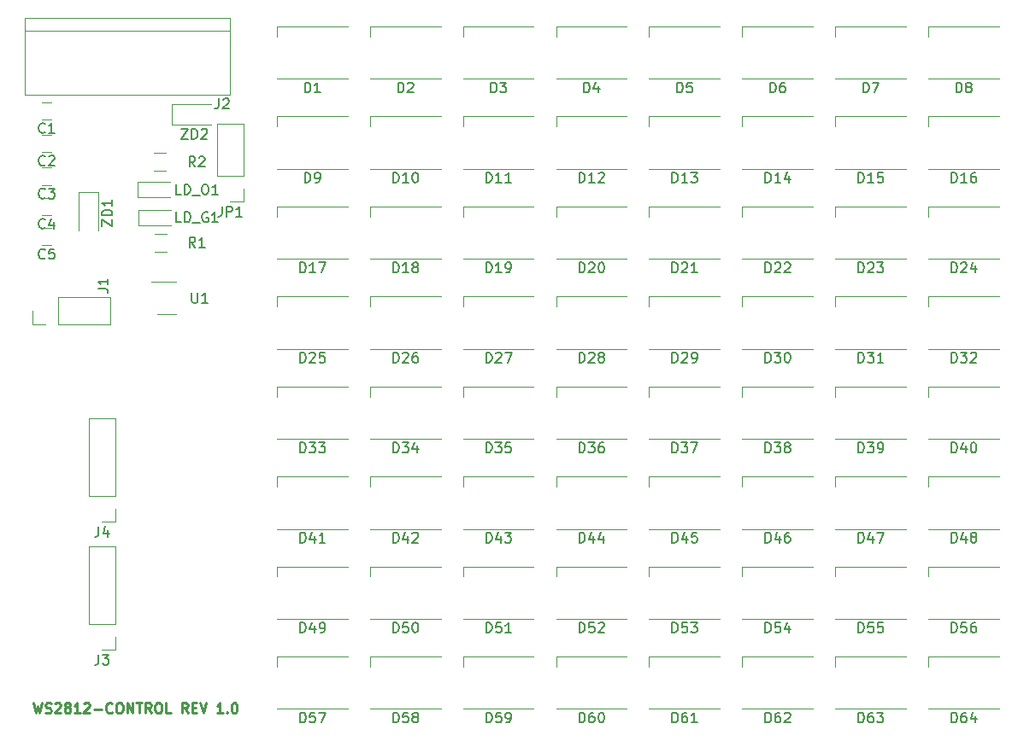
<source format=gbr>
G04 #@! TF.GenerationSoftware,KiCad,Pcbnew,5.0.0-fee4fd1~66~ubuntu18.04.1*
G04 #@! TF.CreationDate,2018-10-08T01:42:51+08:00*
G04 #@! TF.ProjectId,ws2812-stm32-interface,7773323831322D73746D33322D696E74,rev?*
G04 #@! TF.SameCoordinates,Original*
G04 #@! TF.FileFunction,Legend,Top*
G04 #@! TF.FilePolarity,Positive*
%FSLAX46Y46*%
G04 Gerber Fmt 4.6, Leading zero omitted, Abs format (unit mm)*
G04 Created by KiCad (PCBNEW 5.0.0-fee4fd1~66~ubuntu18.04.1) date Mon Oct  8 01:42:51 2018*
%MOMM*%
%LPD*%
G01*
G04 APERTURE LIST*
%ADD10C,0.250000*%
%ADD11C,0.120000*%
%ADD12C,0.150000*%
G04 APERTURE END LIST*
D10*
X31293357Y-82764380D02*
X31531452Y-83764380D01*
X31721928Y-83050095D01*
X31912404Y-83764380D01*
X32150500Y-82764380D01*
X32483833Y-83716761D02*
X32626690Y-83764380D01*
X32864785Y-83764380D01*
X32960023Y-83716761D01*
X33007642Y-83669142D01*
X33055261Y-83573904D01*
X33055261Y-83478666D01*
X33007642Y-83383428D01*
X32960023Y-83335809D01*
X32864785Y-83288190D01*
X32674309Y-83240571D01*
X32579071Y-83192952D01*
X32531452Y-83145333D01*
X32483833Y-83050095D01*
X32483833Y-82954857D01*
X32531452Y-82859619D01*
X32579071Y-82812000D01*
X32674309Y-82764380D01*
X32912404Y-82764380D01*
X33055261Y-82812000D01*
X33436214Y-82859619D02*
X33483833Y-82812000D01*
X33579071Y-82764380D01*
X33817166Y-82764380D01*
X33912404Y-82812000D01*
X33960023Y-82859619D01*
X34007642Y-82954857D01*
X34007642Y-83050095D01*
X33960023Y-83192952D01*
X33388595Y-83764380D01*
X34007642Y-83764380D01*
X34579071Y-83192952D02*
X34483833Y-83145333D01*
X34436214Y-83097714D01*
X34388595Y-83002476D01*
X34388595Y-82954857D01*
X34436214Y-82859619D01*
X34483833Y-82812000D01*
X34579071Y-82764380D01*
X34769547Y-82764380D01*
X34864785Y-82812000D01*
X34912404Y-82859619D01*
X34960023Y-82954857D01*
X34960023Y-83002476D01*
X34912404Y-83097714D01*
X34864785Y-83145333D01*
X34769547Y-83192952D01*
X34579071Y-83192952D01*
X34483833Y-83240571D01*
X34436214Y-83288190D01*
X34388595Y-83383428D01*
X34388595Y-83573904D01*
X34436214Y-83669142D01*
X34483833Y-83716761D01*
X34579071Y-83764380D01*
X34769547Y-83764380D01*
X34864785Y-83716761D01*
X34912404Y-83669142D01*
X34960023Y-83573904D01*
X34960023Y-83383428D01*
X34912404Y-83288190D01*
X34864785Y-83240571D01*
X34769547Y-83192952D01*
X35912404Y-83764380D02*
X35340976Y-83764380D01*
X35626690Y-83764380D02*
X35626690Y-82764380D01*
X35531452Y-82907238D01*
X35436214Y-83002476D01*
X35340976Y-83050095D01*
X36293357Y-82859619D02*
X36340976Y-82812000D01*
X36436214Y-82764380D01*
X36674309Y-82764380D01*
X36769547Y-82812000D01*
X36817166Y-82859619D01*
X36864785Y-82954857D01*
X36864785Y-83050095D01*
X36817166Y-83192952D01*
X36245738Y-83764380D01*
X36864785Y-83764380D01*
X37293357Y-83383428D02*
X38055261Y-83383428D01*
X39102880Y-83669142D02*
X39055261Y-83716761D01*
X38912404Y-83764380D01*
X38817166Y-83764380D01*
X38674309Y-83716761D01*
X38579071Y-83621523D01*
X38531452Y-83526285D01*
X38483833Y-83335809D01*
X38483833Y-83192952D01*
X38531452Y-83002476D01*
X38579071Y-82907238D01*
X38674309Y-82812000D01*
X38817166Y-82764380D01*
X38912404Y-82764380D01*
X39055261Y-82812000D01*
X39102880Y-82859619D01*
X39721928Y-82764380D02*
X39912404Y-82764380D01*
X40007642Y-82812000D01*
X40102880Y-82907238D01*
X40150500Y-83097714D01*
X40150500Y-83431047D01*
X40102880Y-83621523D01*
X40007642Y-83716761D01*
X39912404Y-83764380D01*
X39721928Y-83764380D01*
X39626690Y-83716761D01*
X39531452Y-83621523D01*
X39483833Y-83431047D01*
X39483833Y-83097714D01*
X39531452Y-82907238D01*
X39626690Y-82812000D01*
X39721928Y-82764380D01*
X40579071Y-83764380D02*
X40579071Y-82764380D01*
X41150500Y-83764380D01*
X41150500Y-82764380D01*
X41483833Y-82764380D02*
X42055261Y-82764380D01*
X41769547Y-83764380D02*
X41769547Y-82764380D01*
X42960023Y-83764380D02*
X42626690Y-83288190D01*
X42388595Y-83764380D02*
X42388595Y-82764380D01*
X42769547Y-82764380D01*
X42864785Y-82812000D01*
X42912404Y-82859619D01*
X42960023Y-82954857D01*
X42960023Y-83097714D01*
X42912404Y-83192952D01*
X42864785Y-83240571D01*
X42769547Y-83288190D01*
X42388595Y-83288190D01*
X43579071Y-82764380D02*
X43769547Y-82764380D01*
X43864785Y-82812000D01*
X43960023Y-82907238D01*
X44007642Y-83097714D01*
X44007642Y-83431047D01*
X43960023Y-83621523D01*
X43864785Y-83716761D01*
X43769547Y-83764380D01*
X43579071Y-83764380D01*
X43483833Y-83716761D01*
X43388595Y-83621523D01*
X43340976Y-83431047D01*
X43340976Y-83097714D01*
X43388595Y-82907238D01*
X43483833Y-82812000D01*
X43579071Y-82764380D01*
X44912404Y-83764380D02*
X44436214Y-83764380D01*
X44436214Y-82764380D01*
X46579071Y-83764380D02*
X46245738Y-83288190D01*
X46007642Y-83764380D02*
X46007642Y-82764380D01*
X46388595Y-82764380D01*
X46483833Y-82812000D01*
X46531452Y-82859619D01*
X46579071Y-82954857D01*
X46579071Y-83097714D01*
X46531452Y-83192952D01*
X46483833Y-83240571D01*
X46388595Y-83288190D01*
X46007642Y-83288190D01*
X47007642Y-83240571D02*
X47340976Y-83240571D01*
X47483833Y-83764380D02*
X47007642Y-83764380D01*
X47007642Y-82764380D01*
X47483833Y-82764380D01*
X47769547Y-82764380D02*
X48102880Y-83764380D01*
X48436214Y-82764380D01*
X50055261Y-83764380D02*
X49483833Y-83764380D01*
X49769547Y-83764380D02*
X49769547Y-82764380D01*
X49674309Y-82907238D01*
X49579071Y-83002476D01*
X49483833Y-83050095D01*
X50483833Y-83669142D02*
X50531452Y-83716761D01*
X50483833Y-83764380D01*
X50436214Y-83716761D01*
X50483833Y-83669142D01*
X50483833Y-83764380D01*
X51150500Y-82764380D02*
X51245738Y-82764380D01*
X51340976Y-82812000D01*
X51388595Y-82859619D01*
X51436214Y-82954857D01*
X51483833Y-83145333D01*
X51483833Y-83383428D01*
X51436214Y-83573904D01*
X51388595Y-83669142D01*
X51340976Y-83716761D01*
X51245738Y-83764380D01*
X51150500Y-83764380D01*
X51055261Y-83716761D01*
X51007642Y-83669142D01*
X50960023Y-83573904D01*
X50912404Y-83383428D01*
X50912404Y-83145333D01*
X50960023Y-82954857D01*
X51007642Y-82859619D01*
X51055261Y-82812000D01*
X51150500Y-82764380D01*
D11*
G04 #@! TO.C,JP1*
X52130000Y-33080000D02*
X50800000Y-33080000D01*
X52130000Y-31750000D02*
X52130000Y-33080000D01*
X52130000Y-30480000D02*
X49470000Y-30480000D01*
X49470000Y-30480000D02*
X49470000Y-25340000D01*
X52130000Y-30480000D02*
X52130000Y-25340000D01*
X52130000Y-25340000D02*
X49470000Y-25340000D01*
G04 #@! TO.C,J3*
X39430000Y-67250000D02*
X36770000Y-67250000D01*
X39430000Y-74930000D02*
X39430000Y-67250000D01*
X36770000Y-74930000D02*
X36770000Y-67250000D01*
X39430000Y-74930000D02*
X36770000Y-74930000D01*
X39430000Y-76200000D02*
X39430000Y-77530000D01*
X39430000Y-77530000D02*
X38100000Y-77530000D01*
G04 #@! TO.C,J4*
X39430000Y-64830000D02*
X38100000Y-64830000D01*
X39430000Y-63500000D02*
X39430000Y-64830000D01*
X39430000Y-62230000D02*
X36770000Y-62230000D01*
X36770000Y-62230000D02*
X36770000Y-54550000D01*
X39430000Y-62230000D02*
X39430000Y-54550000D01*
X39430000Y-54550000D02*
X36770000Y-54550000D01*
G04 #@! TO.C,D7*
X117727426Y-20888000D02*
X110727426Y-20888000D01*
X117727426Y-15688000D02*
X110727426Y-15688000D01*
X110727426Y-15688000D02*
X110727426Y-16688000D01*
G04 #@! TO.C,D23*
X117727426Y-38740570D02*
X110727426Y-38740570D01*
X117727426Y-33540570D02*
X110727426Y-33540570D01*
X110727426Y-33540570D02*
X110727426Y-34540570D01*
G04 #@! TO.C,D2*
X64644571Y-15688000D02*
X64644571Y-16688000D01*
X71644571Y-15688000D02*
X64644571Y-15688000D01*
X71644571Y-20888000D02*
X64644571Y-20888000D01*
G04 #@! TO.C,D17*
X62428000Y-38740570D02*
X55428000Y-38740570D01*
X62428000Y-33540570D02*
X55428000Y-33540570D01*
X55428000Y-33540570D02*
X55428000Y-34540570D01*
G04 #@! TO.C,D18*
X64644571Y-33540570D02*
X64644571Y-34540570D01*
X71644571Y-33540570D02*
X64644571Y-33540570D01*
X71644571Y-38740570D02*
X64644571Y-38740570D01*
G04 #@! TO.C,D19*
X80861142Y-38740570D02*
X73861142Y-38740570D01*
X80861142Y-33540570D02*
X73861142Y-33540570D01*
X73861142Y-33540570D02*
X73861142Y-34540570D01*
G04 #@! TO.C,D20*
X83077713Y-33540570D02*
X83077713Y-34540570D01*
X90077713Y-33540570D02*
X83077713Y-33540570D01*
X90077713Y-38740570D02*
X83077713Y-38740570D01*
G04 #@! TO.C,D21*
X99294284Y-38740570D02*
X92294284Y-38740570D01*
X99294284Y-33540570D02*
X92294284Y-33540570D01*
X92294284Y-33540570D02*
X92294284Y-34540570D01*
G04 #@! TO.C,D22*
X101510855Y-33540570D02*
X101510855Y-34540570D01*
X108510855Y-33540570D02*
X101510855Y-33540570D01*
X108510855Y-38740570D02*
X101510855Y-38740570D01*
G04 #@! TO.C,D24*
X126944000Y-38740570D02*
X119944000Y-38740570D01*
X126944000Y-33540570D02*
X119944000Y-33540570D01*
X119944000Y-33540570D02*
X119944000Y-34540570D01*
G04 #@! TO.C,D25*
X55428000Y-42466855D02*
X55428000Y-43466855D01*
X62428000Y-42466855D02*
X55428000Y-42466855D01*
X62428000Y-47666855D02*
X55428000Y-47666855D01*
G04 #@! TO.C,D26*
X71644571Y-47666855D02*
X64644571Y-47666855D01*
X71644571Y-42466855D02*
X64644571Y-42466855D01*
X64644571Y-42466855D02*
X64644571Y-43466855D01*
G04 #@! TO.C,D27*
X73861142Y-42466855D02*
X73861142Y-43466855D01*
X80861142Y-42466855D02*
X73861142Y-42466855D01*
X80861142Y-47666855D02*
X73861142Y-47666855D01*
G04 #@! TO.C,D28*
X90077713Y-47666855D02*
X83077713Y-47666855D01*
X90077713Y-42466855D02*
X83077713Y-42466855D01*
X83077713Y-42466855D02*
X83077713Y-43466855D01*
G04 #@! TO.C,D29*
X92294284Y-42466855D02*
X92294284Y-43466855D01*
X99294284Y-42466855D02*
X92294284Y-42466855D01*
X99294284Y-47666855D02*
X92294284Y-47666855D01*
G04 #@! TO.C,D32*
X126944000Y-47666855D02*
X119944000Y-47666855D01*
X126944000Y-42466855D02*
X119944000Y-42466855D01*
X119944000Y-42466855D02*
X119944000Y-43466855D01*
G04 #@! TO.C,D15*
X110727426Y-24614285D02*
X110727426Y-25614285D01*
X117727426Y-24614285D02*
X110727426Y-24614285D01*
X117727426Y-29814285D02*
X110727426Y-29814285D01*
G04 #@! TO.C,D16*
X126944000Y-29814285D02*
X119944000Y-29814285D01*
X126944000Y-24614285D02*
X119944000Y-24614285D01*
X119944000Y-24614285D02*
X119944000Y-25614285D01*
G04 #@! TO.C,D1*
X55428000Y-15688000D02*
X55428000Y-16688000D01*
X62428000Y-15688000D02*
X55428000Y-15688000D01*
X62428000Y-20888000D02*
X55428000Y-20888000D01*
G04 #@! TO.C,D3*
X80861142Y-20888000D02*
X73861142Y-20888000D01*
X80861142Y-15688000D02*
X73861142Y-15688000D01*
X73861142Y-15688000D02*
X73861142Y-16688000D01*
G04 #@! TO.C,D4*
X83077713Y-15688000D02*
X83077713Y-16688000D01*
X90077713Y-15688000D02*
X83077713Y-15688000D01*
X90077713Y-20888000D02*
X83077713Y-20888000D01*
G04 #@! TO.C,D5*
X99294284Y-20888000D02*
X92294284Y-20888000D01*
X99294284Y-15688000D02*
X92294284Y-15688000D01*
X92294284Y-15688000D02*
X92294284Y-16688000D01*
G04 #@! TO.C,D6*
X101510855Y-15688000D02*
X101510855Y-16688000D01*
X108510855Y-15688000D02*
X101510855Y-15688000D01*
X108510855Y-20888000D02*
X101510855Y-20888000D01*
G04 #@! TO.C,D8*
X119944000Y-15688000D02*
X119944000Y-16688000D01*
X126944000Y-15688000D02*
X119944000Y-15688000D01*
X126944000Y-20888000D02*
X119944000Y-20888000D01*
G04 #@! TO.C,D9*
X62428000Y-29814285D02*
X55428000Y-29814285D01*
X62428000Y-24614285D02*
X55428000Y-24614285D01*
X55428000Y-24614285D02*
X55428000Y-25614285D01*
G04 #@! TO.C,D10*
X64644571Y-24614285D02*
X64644571Y-25614285D01*
X71644571Y-24614285D02*
X64644571Y-24614285D01*
X71644571Y-29814285D02*
X64644571Y-29814285D01*
G04 #@! TO.C,D11*
X80861142Y-29814285D02*
X73861142Y-29814285D01*
X80861142Y-24614285D02*
X73861142Y-24614285D01*
X73861142Y-24614285D02*
X73861142Y-25614285D01*
G04 #@! TO.C,D12*
X83077713Y-24614285D02*
X83077713Y-25614285D01*
X90077713Y-24614285D02*
X83077713Y-24614285D01*
X90077713Y-29814285D02*
X83077713Y-29814285D01*
G04 #@! TO.C,D13*
X99294284Y-29814285D02*
X92294284Y-29814285D01*
X99294284Y-24614285D02*
X92294284Y-24614285D01*
X92294284Y-24614285D02*
X92294284Y-25614285D01*
G04 #@! TO.C,D64*
X119944000Y-78172000D02*
X119944000Y-79172000D01*
X126944000Y-78172000D02*
X119944000Y-78172000D01*
X126944000Y-83372000D02*
X119944000Y-83372000D01*
G04 #@! TO.C,D14*
X108510855Y-29814285D02*
X101510855Y-29814285D01*
X108510855Y-24614285D02*
X101510855Y-24614285D01*
X101510855Y-24614285D02*
X101510855Y-25614285D01*
G04 #@! TO.C,D30*
X101510855Y-42466855D02*
X101510855Y-43466855D01*
X108510855Y-42466855D02*
X101510855Y-42466855D01*
X108510855Y-47666855D02*
X101510855Y-47666855D01*
G04 #@! TO.C,D55*
X110727426Y-69245710D02*
X110727426Y-70245710D01*
X117727426Y-69245710D02*
X110727426Y-69245710D01*
X117727426Y-74445710D02*
X110727426Y-74445710D01*
G04 #@! TO.C,D34*
X64644571Y-51393140D02*
X64644571Y-52393140D01*
X71644571Y-51393140D02*
X64644571Y-51393140D01*
X71644571Y-56593140D02*
X64644571Y-56593140D01*
G04 #@! TO.C,D49*
X55428000Y-69245710D02*
X55428000Y-70245710D01*
X62428000Y-69245710D02*
X55428000Y-69245710D01*
X62428000Y-74445710D02*
X55428000Y-74445710D01*
G04 #@! TO.C,D50*
X71644571Y-74445710D02*
X64644571Y-74445710D01*
X71644571Y-69245710D02*
X64644571Y-69245710D01*
X64644571Y-69245710D02*
X64644571Y-70245710D01*
G04 #@! TO.C,D51*
X73861142Y-69245710D02*
X73861142Y-70245710D01*
X80861142Y-69245710D02*
X73861142Y-69245710D01*
X80861142Y-74445710D02*
X73861142Y-74445710D01*
G04 #@! TO.C,D52*
X90077713Y-74445710D02*
X83077713Y-74445710D01*
X90077713Y-69245710D02*
X83077713Y-69245710D01*
X83077713Y-69245710D02*
X83077713Y-70245710D01*
G04 #@! TO.C,D53*
X92294284Y-69245710D02*
X92294284Y-70245710D01*
X99294284Y-69245710D02*
X92294284Y-69245710D01*
X99294284Y-74445710D02*
X92294284Y-74445710D01*
G04 #@! TO.C,D54*
X108510855Y-74445710D02*
X101510855Y-74445710D01*
X108510855Y-69245710D02*
X101510855Y-69245710D01*
X101510855Y-69245710D02*
X101510855Y-70245710D01*
G04 #@! TO.C,D56*
X119944000Y-69245710D02*
X119944000Y-70245710D01*
X126944000Y-69245710D02*
X119944000Y-69245710D01*
X126944000Y-74445710D02*
X119944000Y-74445710D01*
G04 #@! TO.C,D57*
X55428000Y-78172000D02*
X55428000Y-79172000D01*
X62428000Y-78172000D02*
X55428000Y-78172000D01*
X62428000Y-83372000D02*
X55428000Y-83372000D01*
G04 #@! TO.C,D58*
X71644571Y-83372000D02*
X64644571Y-83372000D01*
X71644571Y-78172000D02*
X64644571Y-78172000D01*
X64644571Y-78172000D02*
X64644571Y-79172000D01*
G04 #@! TO.C,D59*
X73861142Y-78172000D02*
X73861142Y-79172000D01*
X80861142Y-78172000D02*
X73861142Y-78172000D01*
X80861142Y-83372000D02*
X73861142Y-83372000D01*
G04 #@! TO.C,D60*
X90077713Y-83372000D02*
X83077713Y-83372000D01*
X90077713Y-78172000D02*
X83077713Y-78172000D01*
X83077713Y-78172000D02*
X83077713Y-79172000D01*
G04 #@! TO.C,D61*
X92294284Y-78172000D02*
X92294284Y-79172000D01*
X99294284Y-78172000D02*
X92294284Y-78172000D01*
X99294284Y-83372000D02*
X92294284Y-83372000D01*
G04 #@! TO.C,D63*
X117727426Y-83372000D02*
X110727426Y-83372000D01*
X117727426Y-78172000D02*
X110727426Y-78172000D01*
X110727426Y-78172000D02*
X110727426Y-79172000D01*
G04 #@! TO.C,D31*
X110727426Y-42466855D02*
X110727426Y-43466855D01*
X117727426Y-42466855D02*
X110727426Y-42466855D01*
X117727426Y-47666855D02*
X110727426Y-47666855D01*
G04 #@! TO.C,D47*
X110727426Y-60319425D02*
X110727426Y-61319425D01*
X117727426Y-60319425D02*
X110727426Y-60319425D01*
X117727426Y-65519425D02*
X110727426Y-65519425D01*
G04 #@! TO.C,D48*
X119944000Y-60319425D02*
X119944000Y-61319425D01*
X126944000Y-60319425D02*
X119944000Y-60319425D01*
X126944000Y-65519425D02*
X119944000Y-65519425D01*
G04 #@! TO.C,D33*
X62428000Y-56593140D02*
X55428000Y-56593140D01*
X62428000Y-51393140D02*
X55428000Y-51393140D01*
X55428000Y-51393140D02*
X55428000Y-52393140D01*
G04 #@! TO.C,D46*
X101510855Y-60319425D02*
X101510855Y-61319425D01*
X108510855Y-60319425D02*
X101510855Y-60319425D01*
X108510855Y-65519425D02*
X101510855Y-65519425D01*
G04 #@! TO.C,D45*
X99294284Y-65519425D02*
X92294284Y-65519425D01*
X99294284Y-60319425D02*
X92294284Y-60319425D01*
X92294284Y-60319425D02*
X92294284Y-61319425D01*
G04 #@! TO.C,D44*
X83077713Y-60319425D02*
X83077713Y-61319425D01*
X90077713Y-60319425D02*
X83077713Y-60319425D01*
X90077713Y-65519425D02*
X83077713Y-65519425D01*
G04 #@! TO.C,D43*
X80861142Y-65519425D02*
X73861142Y-65519425D01*
X80861142Y-60319425D02*
X73861142Y-60319425D01*
X73861142Y-60319425D02*
X73861142Y-61319425D01*
G04 #@! TO.C,D42*
X64644571Y-60319425D02*
X64644571Y-61319425D01*
X71644571Y-60319425D02*
X64644571Y-60319425D01*
X71644571Y-65519425D02*
X64644571Y-65519425D01*
G04 #@! TO.C,D41*
X62428000Y-65519425D02*
X55428000Y-65519425D01*
X62428000Y-60319425D02*
X55428000Y-60319425D01*
X55428000Y-60319425D02*
X55428000Y-61319425D01*
G04 #@! TO.C,D40*
X119944000Y-51393140D02*
X119944000Y-52393140D01*
X126944000Y-51393140D02*
X119944000Y-51393140D01*
X126944000Y-56593140D02*
X119944000Y-56593140D01*
G04 #@! TO.C,D39*
X117727426Y-56593140D02*
X110727426Y-56593140D01*
X117727426Y-51393140D02*
X110727426Y-51393140D01*
X110727426Y-51393140D02*
X110727426Y-52393140D01*
G04 #@! TO.C,D38*
X101510855Y-51393140D02*
X101510855Y-52393140D01*
X108510855Y-51393140D02*
X101510855Y-51393140D01*
X108510855Y-56593140D02*
X101510855Y-56593140D01*
G04 #@! TO.C,D37*
X99294284Y-56593140D02*
X92294284Y-56593140D01*
X99294284Y-51393140D02*
X92294284Y-51393140D01*
X92294284Y-51393140D02*
X92294284Y-52393140D01*
G04 #@! TO.C,D36*
X83077713Y-51393140D02*
X83077713Y-52393140D01*
X90077713Y-51393140D02*
X83077713Y-51393140D01*
X90077713Y-56593140D02*
X83077713Y-56593140D01*
G04 #@! TO.C,D62*
X108510855Y-83372000D02*
X101510855Y-83372000D01*
X108510855Y-78172000D02*
X101510855Y-78172000D01*
X101510855Y-78172000D02*
X101510855Y-79172000D01*
G04 #@! TO.C,D35*
X73861142Y-51393140D02*
X73861142Y-52393140D01*
X80861142Y-51393140D02*
X73861142Y-51393140D01*
X80861142Y-56593140D02*
X73861142Y-56593140D01*
G04 #@! TO.C,J2*
X50786760Y-14824571D02*
X30466760Y-14824571D01*
X50786760Y-22444571D02*
X30466760Y-22444571D01*
X30466760Y-16094571D02*
X50786760Y-16094571D01*
X30466760Y-14824571D02*
X30466760Y-22444571D01*
X50786760Y-22444571D02*
X50786760Y-14824571D01*
G04 #@! TO.C,C5*
X33109328Y-35696869D02*
X32109328Y-35696869D01*
X32109328Y-37396869D02*
X33109328Y-37396869D01*
G04 #@! TO.C,C4*
X32109328Y-34396869D02*
X33109328Y-34396869D01*
X33109328Y-32696869D02*
X32109328Y-32696869D01*
G04 #@! TO.C,C3*
X33109328Y-29696869D02*
X32109328Y-29696869D01*
X32109328Y-31396869D02*
X33109328Y-31396869D01*
G04 #@! TO.C,C2*
X32109328Y-28146869D02*
X33109328Y-28146869D01*
X33109328Y-26446869D02*
X32109328Y-26446869D01*
G04 #@! TO.C,C1*
X33109328Y-23196869D02*
X32109328Y-23196869D01*
X32109328Y-24896869D02*
X33109328Y-24896869D01*
G04 #@! TO.C,ZD2*
X45046760Y-23384571D02*
X45046760Y-25384571D01*
X45046760Y-25384571D02*
X48896760Y-25384571D01*
X45046760Y-23384571D02*
X48896760Y-23384571D01*
G04 #@! TO.C,ZD1*
X37746760Y-32084571D02*
X37746760Y-35934571D01*
X35746760Y-32084571D02*
X35746760Y-35934571D01*
X37746760Y-32084571D02*
X35746760Y-32084571D01*
G04 #@! TO.C,LD_O1*
X44846760Y-32634571D02*
X41646760Y-32634571D01*
X41646760Y-31134571D02*
X44846760Y-31134571D01*
X41646760Y-31134571D02*
X41646760Y-32634571D01*
G04 #@! TO.C,LD_G1*
X41696760Y-33884571D02*
X41696760Y-35384571D01*
X41696760Y-33884571D02*
X44896760Y-33884571D01*
X44896760Y-35384571D02*
X41696760Y-35384571D01*
G04 #@! TO.C,R2*
X44446760Y-30014571D02*
X43246760Y-30014571D01*
X43246760Y-28254571D02*
X44446760Y-28254571D01*
G04 #@! TO.C,R1*
X43296760Y-36254571D02*
X44496760Y-36254571D01*
X44496760Y-38014571D02*
X43296760Y-38014571D01*
G04 #@! TO.C,U1*
X45396760Y-41024571D02*
X42946760Y-41024571D01*
X43596760Y-44244571D02*
X45396760Y-44244571D01*
G04 #@! TO.C,J1*
X31166760Y-45214571D02*
X31166760Y-43884571D01*
X32496760Y-45214571D02*
X31166760Y-45214571D01*
X33766760Y-45214571D02*
X33766760Y-42554571D01*
X33766760Y-42554571D02*
X38906760Y-42554571D01*
X33766760Y-45214571D02*
X38906760Y-45214571D01*
X38906760Y-45214571D02*
X38906760Y-42554571D01*
G04 #@! TO.C,JP1*
D12*
X49966666Y-33532380D02*
X49966666Y-34246666D01*
X49919047Y-34389523D01*
X49823809Y-34484761D01*
X49680952Y-34532380D01*
X49585714Y-34532380D01*
X50442857Y-34532380D02*
X50442857Y-33532380D01*
X50823809Y-33532380D01*
X50919047Y-33580000D01*
X50966666Y-33627619D01*
X51014285Y-33722857D01*
X51014285Y-33865714D01*
X50966666Y-33960952D01*
X50919047Y-34008571D01*
X50823809Y-34056190D01*
X50442857Y-34056190D01*
X51966666Y-34532380D02*
X51395238Y-34532380D01*
X51680952Y-34532380D02*
X51680952Y-33532380D01*
X51585714Y-33675238D01*
X51490476Y-33770476D01*
X51395238Y-33818095D01*
G04 #@! TO.C,J3*
X37766666Y-77982380D02*
X37766666Y-78696666D01*
X37719047Y-78839523D01*
X37623809Y-78934761D01*
X37480952Y-78982380D01*
X37385714Y-78982380D01*
X38147619Y-77982380D02*
X38766666Y-77982380D01*
X38433333Y-78363333D01*
X38576190Y-78363333D01*
X38671428Y-78410952D01*
X38719047Y-78458571D01*
X38766666Y-78553809D01*
X38766666Y-78791904D01*
X38719047Y-78887142D01*
X38671428Y-78934761D01*
X38576190Y-78982380D01*
X38290476Y-78982380D01*
X38195238Y-78934761D01*
X38147619Y-78887142D01*
G04 #@! TO.C,J4*
X37766666Y-65282380D02*
X37766666Y-65996666D01*
X37719047Y-66139523D01*
X37623809Y-66234761D01*
X37480952Y-66282380D01*
X37385714Y-66282380D01*
X38671428Y-65615714D02*
X38671428Y-66282380D01*
X38433333Y-65234761D02*
X38195238Y-65949047D01*
X38814285Y-65949047D01*
G04 #@! TO.C,D7*
X113489330Y-22240380D02*
X113489330Y-21240380D01*
X113727426Y-21240380D01*
X113870283Y-21288000D01*
X113965521Y-21383238D01*
X114013140Y-21478476D01*
X114060759Y-21668952D01*
X114060759Y-21811809D01*
X114013140Y-22002285D01*
X113965521Y-22097523D01*
X113870283Y-22192761D01*
X113727426Y-22240380D01*
X113489330Y-22240380D01*
X114394092Y-21240380D02*
X115060759Y-21240380D01*
X114632187Y-22240380D01*
G04 #@! TO.C,D23*
X113013140Y-40092950D02*
X113013140Y-39092950D01*
X113251235Y-39092950D01*
X113394092Y-39140570D01*
X113489330Y-39235808D01*
X113536949Y-39331046D01*
X113584568Y-39521522D01*
X113584568Y-39664379D01*
X113536949Y-39854855D01*
X113489330Y-39950093D01*
X113394092Y-40045331D01*
X113251235Y-40092950D01*
X113013140Y-40092950D01*
X113965521Y-39188189D02*
X114013140Y-39140570D01*
X114108378Y-39092950D01*
X114346473Y-39092950D01*
X114441711Y-39140570D01*
X114489330Y-39188189D01*
X114536949Y-39283427D01*
X114536949Y-39378665D01*
X114489330Y-39521522D01*
X113917902Y-40092950D01*
X114536949Y-40092950D01*
X114870283Y-39092950D02*
X115489330Y-39092950D01*
X115155997Y-39473903D01*
X115298854Y-39473903D01*
X115394092Y-39521522D01*
X115441711Y-39569141D01*
X115489330Y-39664379D01*
X115489330Y-39902474D01*
X115441711Y-39997712D01*
X115394092Y-40045331D01*
X115298854Y-40092950D01*
X115013140Y-40092950D01*
X114917902Y-40045331D01*
X114870283Y-39997712D01*
G04 #@! TO.C,D2*
X67406475Y-22240380D02*
X67406475Y-21240380D01*
X67644571Y-21240380D01*
X67787428Y-21288000D01*
X67882666Y-21383238D01*
X67930285Y-21478476D01*
X67977904Y-21668952D01*
X67977904Y-21811809D01*
X67930285Y-22002285D01*
X67882666Y-22097523D01*
X67787428Y-22192761D01*
X67644571Y-22240380D01*
X67406475Y-22240380D01*
X68358856Y-21335619D02*
X68406475Y-21288000D01*
X68501713Y-21240380D01*
X68739809Y-21240380D01*
X68835047Y-21288000D01*
X68882666Y-21335619D01*
X68930285Y-21430857D01*
X68930285Y-21526095D01*
X68882666Y-21668952D01*
X68311237Y-22240380D01*
X68930285Y-22240380D01*
G04 #@! TO.C,D17*
X57713714Y-40092950D02*
X57713714Y-39092950D01*
X57951809Y-39092950D01*
X58094666Y-39140570D01*
X58189904Y-39235808D01*
X58237523Y-39331046D01*
X58285142Y-39521522D01*
X58285142Y-39664379D01*
X58237523Y-39854855D01*
X58189904Y-39950093D01*
X58094666Y-40045331D01*
X57951809Y-40092950D01*
X57713714Y-40092950D01*
X59237523Y-40092950D02*
X58666095Y-40092950D01*
X58951809Y-40092950D02*
X58951809Y-39092950D01*
X58856571Y-39235808D01*
X58761333Y-39331046D01*
X58666095Y-39378665D01*
X59570857Y-39092950D02*
X60237523Y-39092950D01*
X59808952Y-40092950D01*
G04 #@! TO.C,D18*
X66930285Y-40092950D02*
X66930285Y-39092950D01*
X67168380Y-39092950D01*
X67311237Y-39140570D01*
X67406475Y-39235808D01*
X67454094Y-39331046D01*
X67501713Y-39521522D01*
X67501713Y-39664379D01*
X67454094Y-39854855D01*
X67406475Y-39950093D01*
X67311237Y-40045331D01*
X67168380Y-40092950D01*
X66930285Y-40092950D01*
X68454094Y-40092950D02*
X67882666Y-40092950D01*
X68168380Y-40092950D02*
X68168380Y-39092950D01*
X68073142Y-39235808D01*
X67977904Y-39331046D01*
X67882666Y-39378665D01*
X69025523Y-39521522D02*
X68930285Y-39473903D01*
X68882666Y-39426284D01*
X68835047Y-39331046D01*
X68835047Y-39283427D01*
X68882666Y-39188189D01*
X68930285Y-39140570D01*
X69025523Y-39092950D01*
X69215999Y-39092950D01*
X69311237Y-39140570D01*
X69358856Y-39188189D01*
X69406475Y-39283427D01*
X69406475Y-39331046D01*
X69358856Y-39426284D01*
X69311237Y-39473903D01*
X69215999Y-39521522D01*
X69025523Y-39521522D01*
X68930285Y-39569141D01*
X68882666Y-39616760D01*
X68835047Y-39711998D01*
X68835047Y-39902474D01*
X68882666Y-39997712D01*
X68930285Y-40045331D01*
X69025523Y-40092950D01*
X69215999Y-40092950D01*
X69311237Y-40045331D01*
X69358856Y-39997712D01*
X69406475Y-39902474D01*
X69406475Y-39711998D01*
X69358856Y-39616760D01*
X69311237Y-39569141D01*
X69215999Y-39521522D01*
G04 #@! TO.C,D19*
X76146856Y-40092950D02*
X76146856Y-39092950D01*
X76384951Y-39092950D01*
X76527808Y-39140570D01*
X76623046Y-39235808D01*
X76670665Y-39331046D01*
X76718284Y-39521522D01*
X76718284Y-39664379D01*
X76670665Y-39854855D01*
X76623046Y-39950093D01*
X76527808Y-40045331D01*
X76384951Y-40092950D01*
X76146856Y-40092950D01*
X77670665Y-40092950D02*
X77099237Y-40092950D01*
X77384951Y-40092950D02*
X77384951Y-39092950D01*
X77289713Y-39235808D01*
X77194475Y-39331046D01*
X77099237Y-39378665D01*
X78146856Y-40092950D02*
X78337332Y-40092950D01*
X78432570Y-40045331D01*
X78480189Y-39997712D01*
X78575427Y-39854855D01*
X78623046Y-39664379D01*
X78623046Y-39283427D01*
X78575427Y-39188189D01*
X78527808Y-39140570D01*
X78432570Y-39092950D01*
X78242094Y-39092950D01*
X78146856Y-39140570D01*
X78099237Y-39188189D01*
X78051618Y-39283427D01*
X78051618Y-39521522D01*
X78099237Y-39616760D01*
X78146856Y-39664379D01*
X78242094Y-39711998D01*
X78432570Y-39711998D01*
X78527808Y-39664379D01*
X78575427Y-39616760D01*
X78623046Y-39521522D01*
G04 #@! TO.C,D20*
X85363427Y-40092950D02*
X85363427Y-39092950D01*
X85601522Y-39092950D01*
X85744379Y-39140570D01*
X85839617Y-39235808D01*
X85887236Y-39331046D01*
X85934855Y-39521522D01*
X85934855Y-39664379D01*
X85887236Y-39854855D01*
X85839617Y-39950093D01*
X85744379Y-40045331D01*
X85601522Y-40092950D01*
X85363427Y-40092950D01*
X86315808Y-39188189D02*
X86363427Y-39140570D01*
X86458665Y-39092950D01*
X86696760Y-39092950D01*
X86791998Y-39140570D01*
X86839617Y-39188189D01*
X86887236Y-39283427D01*
X86887236Y-39378665D01*
X86839617Y-39521522D01*
X86268189Y-40092950D01*
X86887236Y-40092950D01*
X87506284Y-39092950D02*
X87601522Y-39092950D01*
X87696760Y-39140570D01*
X87744379Y-39188189D01*
X87791998Y-39283427D01*
X87839617Y-39473903D01*
X87839617Y-39711998D01*
X87791998Y-39902474D01*
X87744379Y-39997712D01*
X87696760Y-40045331D01*
X87601522Y-40092950D01*
X87506284Y-40092950D01*
X87411046Y-40045331D01*
X87363427Y-39997712D01*
X87315808Y-39902474D01*
X87268189Y-39711998D01*
X87268189Y-39473903D01*
X87315808Y-39283427D01*
X87363427Y-39188189D01*
X87411046Y-39140570D01*
X87506284Y-39092950D01*
G04 #@! TO.C,D21*
X94579998Y-40092950D02*
X94579998Y-39092950D01*
X94818093Y-39092950D01*
X94960950Y-39140570D01*
X95056188Y-39235808D01*
X95103807Y-39331046D01*
X95151426Y-39521522D01*
X95151426Y-39664379D01*
X95103807Y-39854855D01*
X95056188Y-39950093D01*
X94960950Y-40045331D01*
X94818093Y-40092950D01*
X94579998Y-40092950D01*
X95532379Y-39188189D02*
X95579998Y-39140570D01*
X95675236Y-39092950D01*
X95913331Y-39092950D01*
X96008569Y-39140570D01*
X96056188Y-39188189D01*
X96103807Y-39283427D01*
X96103807Y-39378665D01*
X96056188Y-39521522D01*
X95484760Y-40092950D01*
X96103807Y-40092950D01*
X97056188Y-40092950D02*
X96484760Y-40092950D01*
X96770474Y-40092950D02*
X96770474Y-39092950D01*
X96675236Y-39235808D01*
X96579998Y-39331046D01*
X96484760Y-39378665D01*
G04 #@! TO.C,D22*
X103796569Y-40092950D02*
X103796569Y-39092950D01*
X104034664Y-39092950D01*
X104177521Y-39140570D01*
X104272759Y-39235808D01*
X104320378Y-39331046D01*
X104367997Y-39521522D01*
X104367997Y-39664379D01*
X104320378Y-39854855D01*
X104272759Y-39950093D01*
X104177521Y-40045331D01*
X104034664Y-40092950D01*
X103796569Y-40092950D01*
X104748950Y-39188189D02*
X104796569Y-39140570D01*
X104891807Y-39092950D01*
X105129902Y-39092950D01*
X105225140Y-39140570D01*
X105272759Y-39188189D01*
X105320378Y-39283427D01*
X105320378Y-39378665D01*
X105272759Y-39521522D01*
X104701331Y-40092950D01*
X105320378Y-40092950D01*
X105701331Y-39188189D02*
X105748950Y-39140570D01*
X105844188Y-39092950D01*
X106082283Y-39092950D01*
X106177521Y-39140570D01*
X106225140Y-39188189D01*
X106272759Y-39283427D01*
X106272759Y-39378665D01*
X106225140Y-39521522D01*
X105653712Y-40092950D01*
X106272759Y-40092950D01*
G04 #@! TO.C,D24*
X122229714Y-40092950D02*
X122229714Y-39092950D01*
X122467809Y-39092950D01*
X122610666Y-39140570D01*
X122705904Y-39235808D01*
X122753523Y-39331046D01*
X122801142Y-39521522D01*
X122801142Y-39664379D01*
X122753523Y-39854855D01*
X122705904Y-39950093D01*
X122610666Y-40045331D01*
X122467809Y-40092950D01*
X122229714Y-40092950D01*
X123182095Y-39188189D02*
X123229714Y-39140570D01*
X123324952Y-39092950D01*
X123563047Y-39092950D01*
X123658285Y-39140570D01*
X123705904Y-39188189D01*
X123753523Y-39283427D01*
X123753523Y-39378665D01*
X123705904Y-39521522D01*
X123134476Y-40092950D01*
X123753523Y-40092950D01*
X124610666Y-39426284D02*
X124610666Y-40092950D01*
X124372571Y-39045331D02*
X124134476Y-39759617D01*
X124753523Y-39759617D01*
G04 #@! TO.C,D25*
X57713714Y-49019235D02*
X57713714Y-48019235D01*
X57951809Y-48019235D01*
X58094666Y-48066855D01*
X58189904Y-48162093D01*
X58237523Y-48257331D01*
X58285142Y-48447807D01*
X58285142Y-48590664D01*
X58237523Y-48781140D01*
X58189904Y-48876378D01*
X58094666Y-48971616D01*
X57951809Y-49019235D01*
X57713714Y-49019235D01*
X58666095Y-48114474D02*
X58713714Y-48066855D01*
X58808952Y-48019235D01*
X59047047Y-48019235D01*
X59142285Y-48066855D01*
X59189904Y-48114474D01*
X59237523Y-48209712D01*
X59237523Y-48304950D01*
X59189904Y-48447807D01*
X58618476Y-49019235D01*
X59237523Y-49019235D01*
X60142285Y-48019235D02*
X59666095Y-48019235D01*
X59618476Y-48495426D01*
X59666095Y-48447807D01*
X59761333Y-48400188D01*
X59999428Y-48400188D01*
X60094666Y-48447807D01*
X60142285Y-48495426D01*
X60189904Y-48590664D01*
X60189904Y-48828759D01*
X60142285Y-48923997D01*
X60094666Y-48971616D01*
X59999428Y-49019235D01*
X59761333Y-49019235D01*
X59666095Y-48971616D01*
X59618476Y-48923997D01*
G04 #@! TO.C,D26*
X66930285Y-49019235D02*
X66930285Y-48019235D01*
X67168380Y-48019235D01*
X67311237Y-48066855D01*
X67406475Y-48162093D01*
X67454094Y-48257331D01*
X67501713Y-48447807D01*
X67501713Y-48590664D01*
X67454094Y-48781140D01*
X67406475Y-48876378D01*
X67311237Y-48971616D01*
X67168380Y-49019235D01*
X66930285Y-49019235D01*
X67882666Y-48114474D02*
X67930285Y-48066855D01*
X68025523Y-48019235D01*
X68263618Y-48019235D01*
X68358856Y-48066855D01*
X68406475Y-48114474D01*
X68454094Y-48209712D01*
X68454094Y-48304950D01*
X68406475Y-48447807D01*
X67835047Y-49019235D01*
X68454094Y-49019235D01*
X69311237Y-48019235D02*
X69120761Y-48019235D01*
X69025523Y-48066855D01*
X68977904Y-48114474D01*
X68882666Y-48257331D01*
X68835047Y-48447807D01*
X68835047Y-48828759D01*
X68882666Y-48923997D01*
X68930285Y-48971616D01*
X69025523Y-49019235D01*
X69215999Y-49019235D01*
X69311237Y-48971616D01*
X69358856Y-48923997D01*
X69406475Y-48828759D01*
X69406475Y-48590664D01*
X69358856Y-48495426D01*
X69311237Y-48447807D01*
X69215999Y-48400188D01*
X69025523Y-48400188D01*
X68930285Y-48447807D01*
X68882666Y-48495426D01*
X68835047Y-48590664D01*
G04 #@! TO.C,D27*
X76146856Y-49019235D02*
X76146856Y-48019235D01*
X76384951Y-48019235D01*
X76527808Y-48066855D01*
X76623046Y-48162093D01*
X76670665Y-48257331D01*
X76718284Y-48447807D01*
X76718284Y-48590664D01*
X76670665Y-48781140D01*
X76623046Y-48876378D01*
X76527808Y-48971616D01*
X76384951Y-49019235D01*
X76146856Y-49019235D01*
X77099237Y-48114474D02*
X77146856Y-48066855D01*
X77242094Y-48019235D01*
X77480189Y-48019235D01*
X77575427Y-48066855D01*
X77623046Y-48114474D01*
X77670665Y-48209712D01*
X77670665Y-48304950D01*
X77623046Y-48447807D01*
X77051618Y-49019235D01*
X77670665Y-49019235D01*
X78003999Y-48019235D02*
X78670665Y-48019235D01*
X78242094Y-49019235D01*
G04 #@! TO.C,D28*
X85363427Y-49019235D02*
X85363427Y-48019235D01*
X85601522Y-48019235D01*
X85744379Y-48066855D01*
X85839617Y-48162093D01*
X85887236Y-48257331D01*
X85934855Y-48447807D01*
X85934855Y-48590664D01*
X85887236Y-48781140D01*
X85839617Y-48876378D01*
X85744379Y-48971616D01*
X85601522Y-49019235D01*
X85363427Y-49019235D01*
X86315808Y-48114474D02*
X86363427Y-48066855D01*
X86458665Y-48019235D01*
X86696760Y-48019235D01*
X86791998Y-48066855D01*
X86839617Y-48114474D01*
X86887236Y-48209712D01*
X86887236Y-48304950D01*
X86839617Y-48447807D01*
X86268189Y-49019235D01*
X86887236Y-49019235D01*
X87458665Y-48447807D02*
X87363427Y-48400188D01*
X87315808Y-48352569D01*
X87268189Y-48257331D01*
X87268189Y-48209712D01*
X87315808Y-48114474D01*
X87363427Y-48066855D01*
X87458665Y-48019235D01*
X87649141Y-48019235D01*
X87744379Y-48066855D01*
X87791998Y-48114474D01*
X87839617Y-48209712D01*
X87839617Y-48257331D01*
X87791998Y-48352569D01*
X87744379Y-48400188D01*
X87649141Y-48447807D01*
X87458665Y-48447807D01*
X87363427Y-48495426D01*
X87315808Y-48543045D01*
X87268189Y-48638283D01*
X87268189Y-48828759D01*
X87315808Y-48923997D01*
X87363427Y-48971616D01*
X87458665Y-49019235D01*
X87649141Y-49019235D01*
X87744379Y-48971616D01*
X87791998Y-48923997D01*
X87839617Y-48828759D01*
X87839617Y-48638283D01*
X87791998Y-48543045D01*
X87744379Y-48495426D01*
X87649141Y-48447807D01*
G04 #@! TO.C,D29*
X94579998Y-49019235D02*
X94579998Y-48019235D01*
X94818093Y-48019235D01*
X94960950Y-48066855D01*
X95056188Y-48162093D01*
X95103807Y-48257331D01*
X95151426Y-48447807D01*
X95151426Y-48590664D01*
X95103807Y-48781140D01*
X95056188Y-48876378D01*
X94960950Y-48971616D01*
X94818093Y-49019235D01*
X94579998Y-49019235D01*
X95532379Y-48114474D02*
X95579998Y-48066855D01*
X95675236Y-48019235D01*
X95913331Y-48019235D01*
X96008569Y-48066855D01*
X96056188Y-48114474D01*
X96103807Y-48209712D01*
X96103807Y-48304950D01*
X96056188Y-48447807D01*
X95484760Y-49019235D01*
X96103807Y-49019235D01*
X96579998Y-49019235D02*
X96770474Y-49019235D01*
X96865712Y-48971616D01*
X96913331Y-48923997D01*
X97008569Y-48781140D01*
X97056188Y-48590664D01*
X97056188Y-48209712D01*
X97008569Y-48114474D01*
X96960950Y-48066855D01*
X96865712Y-48019235D01*
X96675236Y-48019235D01*
X96579998Y-48066855D01*
X96532379Y-48114474D01*
X96484760Y-48209712D01*
X96484760Y-48447807D01*
X96532379Y-48543045D01*
X96579998Y-48590664D01*
X96675236Y-48638283D01*
X96865712Y-48638283D01*
X96960950Y-48590664D01*
X97008569Y-48543045D01*
X97056188Y-48447807D01*
G04 #@! TO.C,D32*
X122229714Y-49019235D02*
X122229714Y-48019235D01*
X122467809Y-48019235D01*
X122610666Y-48066855D01*
X122705904Y-48162093D01*
X122753523Y-48257331D01*
X122801142Y-48447807D01*
X122801142Y-48590664D01*
X122753523Y-48781140D01*
X122705904Y-48876378D01*
X122610666Y-48971616D01*
X122467809Y-49019235D01*
X122229714Y-49019235D01*
X123134476Y-48019235D02*
X123753523Y-48019235D01*
X123420190Y-48400188D01*
X123563047Y-48400188D01*
X123658285Y-48447807D01*
X123705904Y-48495426D01*
X123753523Y-48590664D01*
X123753523Y-48828759D01*
X123705904Y-48923997D01*
X123658285Y-48971616D01*
X123563047Y-49019235D01*
X123277333Y-49019235D01*
X123182095Y-48971616D01*
X123134476Y-48923997D01*
X124134476Y-48114474D02*
X124182095Y-48066855D01*
X124277333Y-48019235D01*
X124515428Y-48019235D01*
X124610666Y-48066855D01*
X124658285Y-48114474D01*
X124705904Y-48209712D01*
X124705904Y-48304950D01*
X124658285Y-48447807D01*
X124086857Y-49019235D01*
X124705904Y-49019235D01*
G04 #@! TO.C,D15*
X113013140Y-31166665D02*
X113013140Y-30166665D01*
X113251235Y-30166665D01*
X113394092Y-30214285D01*
X113489330Y-30309523D01*
X113536949Y-30404761D01*
X113584568Y-30595237D01*
X113584568Y-30738094D01*
X113536949Y-30928570D01*
X113489330Y-31023808D01*
X113394092Y-31119046D01*
X113251235Y-31166665D01*
X113013140Y-31166665D01*
X114536949Y-31166665D02*
X113965521Y-31166665D01*
X114251235Y-31166665D02*
X114251235Y-30166665D01*
X114155997Y-30309523D01*
X114060759Y-30404761D01*
X113965521Y-30452380D01*
X115441711Y-30166665D02*
X114965521Y-30166665D01*
X114917902Y-30642856D01*
X114965521Y-30595237D01*
X115060759Y-30547618D01*
X115298854Y-30547618D01*
X115394092Y-30595237D01*
X115441711Y-30642856D01*
X115489330Y-30738094D01*
X115489330Y-30976189D01*
X115441711Y-31071427D01*
X115394092Y-31119046D01*
X115298854Y-31166665D01*
X115060759Y-31166665D01*
X114965521Y-31119046D01*
X114917902Y-31071427D01*
G04 #@! TO.C,D16*
X122229714Y-31166665D02*
X122229714Y-30166665D01*
X122467809Y-30166665D01*
X122610666Y-30214285D01*
X122705904Y-30309523D01*
X122753523Y-30404761D01*
X122801142Y-30595237D01*
X122801142Y-30738094D01*
X122753523Y-30928570D01*
X122705904Y-31023808D01*
X122610666Y-31119046D01*
X122467809Y-31166665D01*
X122229714Y-31166665D01*
X123753523Y-31166665D02*
X123182095Y-31166665D01*
X123467809Y-31166665D02*
X123467809Y-30166665D01*
X123372571Y-30309523D01*
X123277333Y-30404761D01*
X123182095Y-30452380D01*
X124610666Y-30166665D02*
X124420190Y-30166665D01*
X124324952Y-30214285D01*
X124277333Y-30261904D01*
X124182095Y-30404761D01*
X124134476Y-30595237D01*
X124134476Y-30976189D01*
X124182095Y-31071427D01*
X124229714Y-31119046D01*
X124324952Y-31166665D01*
X124515428Y-31166665D01*
X124610666Y-31119046D01*
X124658285Y-31071427D01*
X124705904Y-30976189D01*
X124705904Y-30738094D01*
X124658285Y-30642856D01*
X124610666Y-30595237D01*
X124515428Y-30547618D01*
X124324952Y-30547618D01*
X124229714Y-30595237D01*
X124182095Y-30642856D01*
X124134476Y-30738094D01*
G04 #@! TO.C,D1*
X58189904Y-22240380D02*
X58189904Y-21240380D01*
X58428000Y-21240380D01*
X58570857Y-21288000D01*
X58666095Y-21383238D01*
X58713714Y-21478476D01*
X58761333Y-21668952D01*
X58761333Y-21811809D01*
X58713714Y-22002285D01*
X58666095Y-22097523D01*
X58570857Y-22192761D01*
X58428000Y-22240380D01*
X58189904Y-22240380D01*
X59713714Y-22240380D02*
X59142285Y-22240380D01*
X59428000Y-22240380D02*
X59428000Y-21240380D01*
X59332761Y-21383238D01*
X59237523Y-21478476D01*
X59142285Y-21526095D01*
G04 #@! TO.C,D3*
X76623046Y-22240380D02*
X76623046Y-21240380D01*
X76861142Y-21240380D01*
X77003999Y-21288000D01*
X77099237Y-21383238D01*
X77146856Y-21478476D01*
X77194475Y-21668952D01*
X77194475Y-21811809D01*
X77146856Y-22002285D01*
X77099237Y-22097523D01*
X77003999Y-22192761D01*
X76861142Y-22240380D01*
X76623046Y-22240380D01*
X77527808Y-21240380D02*
X78146856Y-21240380D01*
X77813522Y-21621333D01*
X77956380Y-21621333D01*
X78051618Y-21668952D01*
X78099237Y-21716571D01*
X78146856Y-21811809D01*
X78146856Y-22049904D01*
X78099237Y-22145142D01*
X78051618Y-22192761D01*
X77956380Y-22240380D01*
X77670665Y-22240380D01*
X77575427Y-22192761D01*
X77527808Y-22145142D01*
G04 #@! TO.C,D4*
X85839617Y-22240380D02*
X85839617Y-21240380D01*
X86077713Y-21240380D01*
X86220570Y-21288000D01*
X86315808Y-21383238D01*
X86363427Y-21478476D01*
X86411046Y-21668952D01*
X86411046Y-21811809D01*
X86363427Y-22002285D01*
X86315808Y-22097523D01*
X86220570Y-22192761D01*
X86077713Y-22240380D01*
X85839617Y-22240380D01*
X87268189Y-21573714D02*
X87268189Y-22240380D01*
X87030093Y-21192761D02*
X86791998Y-21907047D01*
X87411046Y-21907047D01*
G04 #@! TO.C,D5*
X95056188Y-22240380D02*
X95056188Y-21240380D01*
X95294284Y-21240380D01*
X95437141Y-21288000D01*
X95532379Y-21383238D01*
X95579998Y-21478476D01*
X95627617Y-21668952D01*
X95627617Y-21811809D01*
X95579998Y-22002285D01*
X95532379Y-22097523D01*
X95437141Y-22192761D01*
X95294284Y-22240380D01*
X95056188Y-22240380D01*
X96532379Y-21240380D02*
X96056188Y-21240380D01*
X96008569Y-21716571D01*
X96056188Y-21668952D01*
X96151426Y-21621333D01*
X96389522Y-21621333D01*
X96484760Y-21668952D01*
X96532379Y-21716571D01*
X96579998Y-21811809D01*
X96579998Y-22049904D01*
X96532379Y-22145142D01*
X96484760Y-22192761D01*
X96389522Y-22240380D01*
X96151426Y-22240380D01*
X96056188Y-22192761D01*
X96008569Y-22145142D01*
G04 #@! TO.C,D6*
X104272759Y-22240380D02*
X104272759Y-21240380D01*
X104510855Y-21240380D01*
X104653712Y-21288000D01*
X104748950Y-21383238D01*
X104796569Y-21478476D01*
X104844188Y-21668952D01*
X104844188Y-21811809D01*
X104796569Y-22002285D01*
X104748950Y-22097523D01*
X104653712Y-22192761D01*
X104510855Y-22240380D01*
X104272759Y-22240380D01*
X105701331Y-21240380D02*
X105510855Y-21240380D01*
X105415616Y-21288000D01*
X105367997Y-21335619D01*
X105272759Y-21478476D01*
X105225140Y-21668952D01*
X105225140Y-22049904D01*
X105272759Y-22145142D01*
X105320378Y-22192761D01*
X105415616Y-22240380D01*
X105606093Y-22240380D01*
X105701331Y-22192761D01*
X105748950Y-22145142D01*
X105796569Y-22049904D01*
X105796569Y-21811809D01*
X105748950Y-21716571D01*
X105701331Y-21668952D01*
X105606093Y-21621333D01*
X105415616Y-21621333D01*
X105320378Y-21668952D01*
X105272759Y-21716571D01*
X105225140Y-21811809D01*
G04 #@! TO.C,D8*
X122705904Y-22240380D02*
X122705904Y-21240380D01*
X122944000Y-21240380D01*
X123086857Y-21288000D01*
X123182095Y-21383238D01*
X123229714Y-21478476D01*
X123277333Y-21668952D01*
X123277333Y-21811809D01*
X123229714Y-22002285D01*
X123182095Y-22097523D01*
X123086857Y-22192761D01*
X122944000Y-22240380D01*
X122705904Y-22240380D01*
X123848761Y-21668952D02*
X123753523Y-21621333D01*
X123705904Y-21573714D01*
X123658285Y-21478476D01*
X123658285Y-21430857D01*
X123705904Y-21335619D01*
X123753523Y-21288000D01*
X123848761Y-21240380D01*
X124039238Y-21240380D01*
X124134476Y-21288000D01*
X124182095Y-21335619D01*
X124229714Y-21430857D01*
X124229714Y-21478476D01*
X124182095Y-21573714D01*
X124134476Y-21621333D01*
X124039238Y-21668952D01*
X123848761Y-21668952D01*
X123753523Y-21716571D01*
X123705904Y-21764190D01*
X123658285Y-21859428D01*
X123658285Y-22049904D01*
X123705904Y-22145142D01*
X123753523Y-22192761D01*
X123848761Y-22240380D01*
X124039238Y-22240380D01*
X124134476Y-22192761D01*
X124182095Y-22145142D01*
X124229714Y-22049904D01*
X124229714Y-21859428D01*
X124182095Y-21764190D01*
X124134476Y-21716571D01*
X124039238Y-21668952D01*
G04 #@! TO.C,D9*
X58189904Y-31166665D02*
X58189904Y-30166665D01*
X58428000Y-30166665D01*
X58570857Y-30214285D01*
X58666095Y-30309523D01*
X58713714Y-30404761D01*
X58761333Y-30595237D01*
X58761333Y-30738094D01*
X58713714Y-30928570D01*
X58666095Y-31023808D01*
X58570857Y-31119046D01*
X58428000Y-31166665D01*
X58189904Y-31166665D01*
X59237523Y-31166665D02*
X59428000Y-31166665D01*
X59523238Y-31119046D01*
X59570857Y-31071427D01*
X59666095Y-30928570D01*
X59713714Y-30738094D01*
X59713714Y-30357142D01*
X59666095Y-30261904D01*
X59618476Y-30214285D01*
X59523238Y-30166665D01*
X59332761Y-30166665D01*
X59237523Y-30214285D01*
X59189904Y-30261904D01*
X59142285Y-30357142D01*
X59142285Y-30595237D01*
X59189904Y-30690475D01*
X59237523Y-30738094D01*
X59332761Y-30785713D01*
X59523238Y-30785713D01*
X59618476Y-30738094D01*
X59666095Y-30690475D01*
X59713714Y-30595237D01*
G04 #@! TO.C,D10*
X66930285Y-31166665D02*
X66930285Y-30166665D01*
X67168380Y-30166665D01*
X67311237Y-30214285D01*
X67406475Y-30309523D01*
X67454094Y-30404761D01*
X67501713Y-30595237D01*
X67501713Y-30738094D01*
X67454094Y-30928570D01*
X67406475Y-31023808D01*
X67311237Y-31119046D01*
X67168380Y-31166665D01*
X66930285Y-31166665D01*
X68454094Y-31166665D02*
X67882666Y-31166665D01*
X68168380Y-31166665D02*
X68168380Y-30166665D01*
X68073142Y-30309523D01*
X67977904Y-30404761D01*
X67882666Y-30452380D01*
X69073142Y-30166665D02*
X69168380Y-30166665D01*
X69263618Y-30214285D01*
X69311237Y-30261904D01*
X69358856Y-30357142D01*
X69406475Y-30547618D01*
X69406475Y-30785713D01*
X69358856Y-30976189D01*
X69311237Y-31071427D01*
X69263618Y-31119046D01*
X69168380Y-31166665D01*
X69073142Y-31166665D01*
X68977904Y-31119046D01*
X68930285Y-31071427D01*
X68882666Y-30976189D01*
X68835047Y-30785713D01*
X68835047Y-30547618D01*
X68882666Y-30357142D01*
X68930285Y-30261904D01*
X68977904Y-30214285D01*
X69073142Y-30166665D01*
G04 #@! TO.C,D11*
X76146856Y-31166665D02*
X76146856Y-30166665D01*
X76384951Y-30166665D01*
X76527808Y-30214285D01*
X76623046Y-30309523D01*
X76670665Y-30404761D01*
X76718284Y-30595237D01*
X76718284Y-30738094D01*
X76670665Y-30928570D01*
X76623046Y-31023808D01*
X76527808Y-31119046D01*
X76384951Y-31166665D01*
X76146856Y-31166665D01*
X77670665Y-31166665D02*
X77099237Y-31166665D01*
X77384951Y-31166665D02*
X77384951Y-30166665D01*
X77289713Y-30309523D01*
X77194475Y-30404761D01*
X77099237Y-30452380D01*
X78623046Y-31166665D02*
X78051618Y-31166665D01*
X78337332Y-31166665D02*
X78337332Y-30166665D01*
X78242094Y-30309523D01*
X78146856Y-30404761D01*
X78051618Y-30452380D01*
G04 #@! TO.C,D12*
X85363427Y-31166665D02*
X85363427Y-30166665D01*
X85601522Y-30166665D01*
X85744379Y-30214285D01*
X85839617Y-30309523D01*
X85887236Y-30404761D01*
X85934855Y-30595237D01*
X85934855Y-30738094D01*
X85887236Y-30928570D01*
X85839617Y-31023808D01*
X85744379Y-31119046D01*
X85601522Y-31166665D01*
X85363427Y-31166665D01*
X86887236Y-31166665D02*
X86315808Y-31166665D01*
X86601522Y-31166665D02*
X86601522Y-30166665D01*
X86506284Y-30309523D01*
X86411046Y-30404761D01*
X86315808Y-30452380D01*
X87268189Y-30261904D02*
X87315808Y-30214285D01*
X87411046Y-30166665D01*
X87649141Y-30166665D01*
X87744379Y-30214285D01*
X87791998Y-30261904D01*
X87839617Y-30357142D01*
X87839617Y-30452380D01*
X87791998Y-30595237D01*
X87220570Y-31166665D01*
X87839617Y-31166665D01*
G04 #@! TO.C,D13*
X94579998Y-31166665D02*
X94579998Y-30166665D01*
X94818093Y-30166665D01*
X94960950Y-30214285D01*
X95056188Y-30309523D01*
X95103807Y-30404761D01*
X95151426Y-30595237D01*
X95151426Y-30738094D01*
X95103807Y-30928570D01*
X95056188Y-31023808D01*
X94960950Y-31119046D01*
X94818093Y-31166665D01*
X94579998Y-31166665D01*
X96103807Y-31166665D02*
X95532379Y-31166665D01*
X95818093Y-31166665D02*
X95818093Y-30166665D01*
X95722855Y-30309523D01*
X95627617Y-30404761D01*
X95532379Y-30452380D01*
X96437141Y-30166665D02*
X97056188Y-30166665D01*
X96722855Y-30547618D01*
X96865712Y-30547618D01*
X96960950Y-30595237D01*
X97008569Y-30642856D01*
X97056188Y-30738094D01*
X97056188Y-30976189D01*
X97008569Y-31071427D01*
X96960950Y-31119046D01*
X96865712Y-31166665D01*
X96579998Y-31166665D01*
X96484760Y-31119046D01*
X96437141Y-31071427D01*
G04 #@! TO.C,D64*
X122229714Y-84724380D02*
X122229714Y-83724380D01*
X122467809Y-83724380D01*
X122610666Y-83772000D01*
X122705904Y-83867238D01*
X122753523Y-83962476D01*
X122801142Y-84152952D01*
X122801142Y-84295809D01*
X122753523Y-84486285D01*
X122705904Y-84581523D01*
X122610666Y-84676761D01*
X122467809Y-84724380D01*
X122229714Y-84724380D01*
X123658285Y-83724380D02*
X123467809Y-83724380D01*
X123372571Y-83772000D01*
X123324952Y-83819619D01*
X123229714Y-83962476D01*
X123182095Y-84152952D01*
X123182095Y-84533904D01*
X123229714Y-84629142D01*
X123277333Y-84676761D01*
X123372571Y-84724380D01*
X123563047Y-84724380D01*
X123658285Y-84676761D01*
X123705904Y-84629142D01*
X123753523Y-84533904D01*
X123753523Y-84295809D01*
X123705904Y-84200571D01*
X123658285Y-84152952D01*
X123563047Y-84105333D01*
X123372571Y-84105333D01*
X123277333Y-84152952D01*
X123229714Y-84200571D01*
X123182095Y-84295809D01*
X124610666Y-84057714D02*
X124610666Y-84724380D01*
X124372571Y-83676761D02*
X124134476Y-84391047D01*
X124753523Y-84391047D01*
G04 #@! TO.C,D14*
X103796569Y-31166665D02*
X103796569Y-30166665D01*
X104034664Y-30166665D01*
X104177521Y-30214285D01*
X104272759Y-30309523D01*
X104320378Y-30404761D01*
X104367997Y-30595237D01*
X104367997Y-30738094D01*
X104320378Y-30928570D01*
X104272759Y-31023808D01*
X104177521Y-31119046D01*
X104034664Y-31166665D01*
X103796569Y-31166665D01*
X105320378Y-31166665D02*
X104748950Y-31166665D01*
X105034664Y-31166665D02*
X105034664Y-30166665D01*
X104939426Y-30309523D01*
X104844188Y-30404761D01*
X104748950Y-30452380D01*
X106177521Y-30499999D02*
X106177521Y-31166665D01*
X105939426Y-30119046D02*
X105701331Y-30833332D01*
X106320378Y-30833332D01*
G04 #@! TO.C,D30*
X103796569Y-49019235D02*
X103796569Y-48019235D01*
X104034664Y-48019235D01*
X104177521Y-48066855D01*
X104272759Y-48162093D01*
X104320378Y-48257331D01*
X104367997Y-48447807D01*
X104367997Y-48590664D01*
X104320378Y-48781140D01*
X104272759Y-48876378D01*
X104177521Y-48971616D01*
X104034664Y-49019235D01*
X103796569Y-49019235D01*
X104701331Y-48019235D02*
X105320378Y-48019235D01*
X104987045Y-48400188D01*
X105129902Y-48400188D01*
X105225140Y-48447807D01*
X105272759Y-48495426D01*
X105320378Y-48590664D01*
X105320378Y-48828759D01*
X105272759Y-48923997D01*
X105225140Y-48971616D01*
X105129902Y-49019235D01*
X104844188Y-49019235D01*
X104748950Y-48971616D01*
X104701331Y-48923997D01*
X105939426Y-48019235D02*
X106034664Y-48019235D01*
X106129902Y-48066855D01*
X106177521Y-48114474D01*
X106225140Y-48209712D01*
X106272759Y-48400188D01*
X106272759Y-48638283D01*
X106225140Y-48828759D01*
X106177521Y-48923997D01*
X106129902Y-48971616D01*
X106034664Y-49019235D01*
X105939426Y-49019235D01*
X105844188Y-48971616D01*
X105796569Y-48923997D01*
X105748950Y-48828759D01*
X105701331Y-48638283D01*
X105701331Y-48400188D01*
X105748950Y-48209712D01*
X105796569Y-48114474D01*
X105844188Y-48066855D01*
X105939426Y-48019235D01*
G04 #@! TO.C,D55*
X113013140Y-75798090D02*
X113013140Y-74798090D01*
X113251235Y-74798090D01*
X113394092Y-74845710D01*
X113489330Y-74940948D01*
X113536949Y-75036186D01*
X113584568Y-75226662D01*
X113584568Y-75369519D01*
X113536949Y-75559995D01*
X113489330Y-75655233D01*
X113394092Y-75750471D01*
X113251235Y-75798090D01*
X113013140Y-75798090D01*
X114489330Y-74798090D02*
X114013140Y-74798090D01*
X113965521Y-75274281D01*
X114013140Y-75226662D01*
X114108378Y-75179043D01*
X114346473Y-75179043D01*
X114441711Y-75226662D01*
X114489330Y-75274281D01*
X114536949Y-75369519D01*
X114536949Y-75607614D01*
X114489330Y-75702852D01*
X114441711Y-75750471D01*
X114346473Y-75798090D01*
X114108378Y-75798090D01*
X114013140Y-75750471D01*
X113965521Y-75702852D01*
X115441711Y-74798090D02*
X114965521Y-74798090D01*
X114917902Y-75274281D01*
X114965521Y-75226662D01*
X115060759Y-75179043D01*
X115298854Y-75179043D01*
X115394092Y-75226662D01*
X115441711Y-75274281D01*
X115489330Y-75369519D01*
X115489330Y-75607614D01*
X115441711Y-75702852D01*
X115394092Y-75750471D01*
X115298854Y-75798090D01*
X115060759Y-75798090D01*
X114965521Y-75750471D01*
X114917902Y-75702852D01*
G04 #@! TO.C,D34*
X66930285Y-57945520D02*
X66930285Y-56945520D01*
X67168380Y-56945520D01*
X67311237Y-56993140D01*
X67406475Y-57088378D01*
X67454094Y-57183616D01*
X67501713Y-57374092D01*
X67501713Y-57516949D01*
X67454094Y-57707425D01*
X67406475Y-57802663D01*
X67311237Y-57897901D01*
X67168380Y-57945520D01*
X66930285Y-57945520D01*
X67835047Y-56945520D02*
X68454094Y-56945520D01*
X68120761Y-57326473D01*
X68263618Y-57326473D01*
X68358856Y-57374092D01*
X68406475Y-57421711D01*
X68454094Y-57516949D01*
X68454094Y-57755044D01*
X68406475Y-57850282D01*
X68358856Y-57897901D01*
X68263618Y-57945520D01*
X67977904Y-57945520D01*
X67882666Y-57897901D01*
X67835047Y-57850282D01*
X69311237Y-57278854D02*
X69311237Y-57945520D01*
X69073142Y-56897901D02*
X68835047Y-57612187D01*
X69454094Y-57612187D01*
G04 #@! TO.C,D49*
X57713714Y-75798090D02*
X57713714Y-74798090D01*
X57951809Y-74798090D01*
X58094666Y-74845710D01*
X58189904Y-74940948D01*
X58237523Y-75036186D01*
X58285142Y-75226662D01*
X58285142Y-75369519D01*
X58237523Y-75559995D01*
X58189904Y-75655233D01*
X58094666Y-75750471D01*
X57951809Y-75798090D01*
X57713714Y-75798090D01*
X59142285Y-75131424D02*
X59142285Y-75798090D01*
X58904190Y-74750471D02*
X58666095Y-75464757D01*
X59285142Y-75464757D01*
X59713714Y-75798090D02*
X59904190Y-75798090D01*
X59999428Y-75750471D01*
X60047047Y-75702852D01*
X60142285Y-75559995D01*
X60189904Y-75369519D01*
X60189904Y-74988567D01*
X60142285Y-74893329D01*
X60094666Y-74845710D01*
X59999428Y-74798090D01*
X59808952Y-74798090D01*
X59713714Y-74845710D01*
X59666095Y-74893329D01*
X59618476Y-74988567D01*
X59618476Y-75226662D01*
X59666095Y-75321900D01*
X59713714Y-75369519D01*
X59808952Y-75417138D01*
X59999428Y-75417138D01*
X60094666Y-75369519D01*
X60142285Y-75321900D01*
X60189904Y-75226662D01*
G04 #@! TO.C,D50*
X66930285Y-75798090D02*
X66930285Y-74798090D01*
X67168380Y-74798090D01*
X67311237Y-74845710D01*
X67406475Y-74940948D01*
X67454094Y-75036186D01*
X67501713Y-75226662D01*
X67501713Y-75369519D01*
X67454094Y-75559995D01*
X67406475Y-75655233D01*
X67311237Y-75750471D01*
X67168380Y-75798090D01*
X66930285Y-75798090D01*
X68406475Y-74798090D02*
X67930285Y-74798090D01*
X67882666Y-75274281D01*
X67930285Y-75226662D01*
X68025523Y-75179043D01*
X68263618Y-75179043D01*
X68358856Y-75226662D01*
X68406475Y-75274281D01*
X68454094Y-75369519D01*
X68454094Y-75607614D01*
X68406475Y-75702852D01*
X68358856Y-75750471D01*
X68263618Y-75798090D01*
X68025523Y-75798090D01*
X67930285Y-75750471D01*
X67882666Y-75702852D01*
X69073142Y-74798090D02*
X69168380Y-74798090D01*
X69263618Y-74845710D01*
X69311237Y-74893329D01*
X69358856Y-74988567D01*
X69406475Y-75179043D01*
X69406475Y-75417138D01*
X69358856Y-75607614D01*
X69311237Y-75702852D01*
X69263618Y-75750471D01*
X69168380Y-75798090D01*
X69073142Y-75798090D01*
X68977904Y-75750471D01*
X68930285Y-75702852D01*
X68882666Y-75607614D01*
X68835047Y-75417138D01*
X68835047Y-75179043D01*
X68882666Y-74988567D01*
X68930285Y-74893329D01*
X68977904Y-74845710D01*
X69073142Y-74798090D01*
G04 #@! TO.C,D51*
X76146856Y-75798090D02*
X76146856Y-74798090D01*
X76384951Y-74798090D01*
X76527808Y-74845710D01*
X76623046Y-74940948D01*
X76670665Y-75036186D01*
X76718284Y-75226662D01*
X76718284Y-75369519D01*
X76670665Y-75559995D01*
X76623046Y-75655233D01*
X76527808Y-75750471D01*
X76384951Y-75798090D01*
X76146856Y-75798090D01*
X77623046Y-74798090D02*
X77146856Y-74798090D01*
X77099237Y-75274281D01*
X77146856Y-75226662D01*
X77242094Y-75179043D01*
X77480189Y-75179043D01*
X77575427Y-75226662D01*
X77623046Y-75274281D01*
X77670665Y-75369519D01*
X77670665Y-75607614D01*
X77623046Y-75702852D01*
X77575427Y-75750471D01*
X77480189Y-75798090D01*
X77242094Y-75798090D01*
X77146856Y-75750471D01*
X77099237Y-75702852D01*
X78623046Y-75798090D02*
X78051618Y-75798090D01*
X78337332Y-75798090D02*
X78337332Y-74798090D01*
X78242094Y-74940948D01*
X78146856Y-75036186D01*
X78051618Y-75083805D01*
G04 #@! TO.C,D52*
X85363427Y-75798090D02*
X85363427Y-74798090D01*
X85601522Y-74798090D01*
X85744379Y-74845710D01*
X85839617Y-74940948D01*
X85887236Y-75036186D01*
X85934855Y-75226662D01*
X85934855Y-75369519D01*
X85887236Y-75559995D01*
X85839617Y-75655233D01*
X85744379Y-75750471D01*
X85601522Y-75798090D01*
X85363427Y-75798090D01*
X86839617Y-74798090D02*
X86363427Y-74798090D01*
X86315808Y-75274281D01*
X86363427Y-75226662D01*
X86458665Y-75179043D01*
X86696760Y-75179043D01*
X86791998Y-75226662D01*
X86839617Y-75274281D01*
X86887236Y-75369519D01*
X86887236Y-75607614D01*
X86839617Y-75702852D01*
X86791998Y-75750471D01*
X86696760Y-75798090D01*
X86458665Y-75798090D01*
X86363427Y-75750471D01*
X86315808Y-75702852D01*
X87268189Y-74893329D02*
X87315808Y-74845710D01*
X87411046Y-74798090D01*
X87649141Y-74798090D01*
X87744379Y-74845710D01*
X87791998Y-74893329D01*
X87839617Y-74988567D01*
X87839617Y-75083805D01*
X87791998Y-75226662D01*
X87220570Y-75798090D01*
X87839617Y-75798090D01*
G04 #@! TO.C,D53*
X94579998Y-75798090D02*
X94579998Y-74798090D01*
X94818093Y-74798090D01*
X94960950Y-74845710D01*
X95056188Y-74940948D01*
X95103807Y-75036186D01*
X95151426Y-75226662D01*
X95151426Y-75369519D01*
X95103807Y-75559995D01*
X95056188Y-75655233D01*
X94960950Y-75750471D01*
X94818093Y-75798090D01*
X94579998Y-75798090D01*
X96056188Y-74798090D02*
X95579998Y-74798090D01*
X95532379Y-75274281D01*
X95579998Y-75226662D01*
X95675236Y-75179043D01*
X95913331Y-75179043D01*
X96008569Y-75226662D01*
X96056188Y-75274281D01*
X96103807Y-75369519D01*
X96103807Y-75607614D01*
X96056188Y-75702852D01*
X96008569Y-75750471D01*
X95913331Y-75798090D01*
X95675236Y-75798090D01*
X95579998Y-75750471D01*
X95532379Y-75702852D01*
X96437141Y-74798090D02*
X97056188Y-74798090D01*
X96722855Y-75179043D01*
X96865712Y-75179043D01*
X96960950Y-75226662D01*
X97008569Y-75274281D01*
X97056188Y-75369519D01*
X97056188Y-75607614D01*
X97008569Y-75702852D01*
X96960950Y-75750471D01*
X96865712Y-75798090D01*
X96579998Y-75798090D01*
X96484760Y-75750471D01*
X96437141Y-75702852D01*
G04 #@! TO.C,D54*
X103796569Y-75798090D02*
X103796569Y-74798090D01*
X104034664Y-74798090D01*
X104177521Y-74845710D01*
X104272759Y-74940948D01*
X104320378Y-75036186D01*
X104367997Y-75226662D01*
X104367997Y-75369519D01*
X104320378Y-75559995D01*
X104272759Y-75655233D01*
X104177521Y-75750471D01*
X104034664Y-75798090D01*
X103796569Y-75798090D01*
X105272759Y-74798090D02*
X104796569Y-74798090D01*
X104748950Y-75274281D01*
X104796569Y-75226662D01*
X104891807Y-75179043D01*
X105129902Y-75179043D01*
X105225140Y-75226662D01*
X105272759Y-75274281D01*
X105320378Y-75369519D01*
X105320378Y-75607614D01*
X105272759Y-75702852D01*
X105225140Y-75750471D01*
X105129902Y-75798090D01*
X104891807Y-75798090D01*
X104796569Y-75750471D01*
X104748950Y-75702852D01*
X106177521Y-75131424D02*
X106177521Y-75798090D01*
X105939426Y-74750471D02*
X105701331Y-75464757D01*
X106320378Y-75464757D01*
G04 #@! TO.C,D56*
X122229714Y-75798090D02*
X122229714Y-74798090D01*
X122467809Y-74798090D01*
X122610666Y-74845710D01*
X122705904Y-74940948D01*
X122753523Y-75036186D01*
X122801142Y-75226662D01*
X122801142Y-75369519D01*
X122753523Y-75559995D01*
X122705904Y-75655233D01*
X122610666Y-75750471D01*
X122467809Y-75798090D01*
X122229714Y-75798090D01*
X123705904Y-74798090D02*
X123229714Y-74798090D01*
X123182095Y-75274281D01*
X123229714Y-75226662D01*
X123324952Y-75179043D01*
X123563047Y-75179043D01*
X123658285Y-75226662D01*
X123705904Y-75274281D01*
X123753523Y-75369519D01*
X123753523Y-75607614D01*
X123705904Y-75702852D01*
X123658285Y-75750471D01*
X123563047Y-75798090D01*
X123324952Y-75798090D01*
X123229714Y-75750471D01*
X123182095Y-75702852D01*
X124610666Y-74798090D02*
X124420190Y-74798090D01*
X124324952Y-74845710D01*
X124277333Y-74893329D01*
X124182095Y-75036186D01*
X124134476Y-75226662D01*
X124134476Y-75607614D01*
X124182095Y-75702852D01*
X124229714Y-75750471D01*
X124324952Y-75798090D01*
X124515428Y-75798090D01*
X124610666Y-75750471D01*
X124658285Y-75702852D01*
X124705904Y-75607614D01*
X124705904Y-75369519D01*
X124658285Y-75274281D01*
X124610666Y-75226662D01*
X124515428Y-75179043D01*
X124324952Y-75179043D01*
X124229714Y-75226662D01*
X124182095Y-75274281D01*
X124134476Y-75369519D01*
G04 #@! TO.C,D57*
X57713714Y-84724380D02*
X57713714Y-83724380D01*
X57951809Y-83724380D01*
X58094666Y-83772000D01*
X58189904Y-83867238D01*
X58237523Y-83962476D01*
X58285142Y-84152952D01*
X58285142Y-84295809D01*
X58237523Y-84486285D01*
X58189904Y-84581523D01*
X58094666Y-84676761D01*
X57951809Y-84724380D01*
X57713714Y-84724380D01*
X59189904Y-83724380D02*
X58713714Y-83724380D01*
X58666095Y-84200571D01*
X58713714Y-84152952D01*
X58808952Y-84105333D01*
X59047047Y-84105333D01*
X59142285Y-84152952D01*
X59189904Y-84200571D01*
X59237523Y-84295809D01*
X59237523Y-84533904D01*
X59189904Y-84629142D01*
X59142285Y-84676761D01*
X59047047Y-84724380D01*
X58808952Y-84724380D01*
X58713714Y-84676761D01*
X58666095Y-84629142D01*
X59570857Y-83724380D02*
X60237523Y-83724380D01*
X59808952Y-84724380D01*
G04 #@! TO.C,D58*
X66930285Y-84724380D02*
X66930285Y-83724380D01*
X67168380Y-83724380D01*
X67311237Y-83772000D01*
X67406475Y-83867238D01*
X67454094Y-83962476D01*
X67501713Y-84152952D01*
X67501713Y-84295809D01*
X67454094Y-84486285D01*
X67406475Y-84581523D01*
X67311237Y-84676761D01*
X67168380Y-84724380D01*
X66930285Y-84724380D01*
X68406475Y-83724380D02*
X67930285Y-83724380D01*
X67882666Y-84200571D01*
X67930285Y-84152952D01*
X68025523Y-84105333D01*
X68263618Y-84105333D01*
X68358856Y-84152952D01*
X68406475Y-84200571D01*
X68454094Y-84295809D01*
X68454094Y-84533904D01*
X68406475Y-84629142D01*
X68358856Y-84676761D01*
X68263618Y-84724380D01*
X68025523Y-84724380D01*
X67930285Y-84676761D01*
X67882666Y-84629142D01*
X69025523Y-84152952D02*
X68930285Y-84105333D01*
X68882666Y-84057714D01*
X68835047Y-83962476D01*
X68835047Y-83914857D01*
X68882666Y-83819619D01*
X68930285Y-83772000D01*
X69025523Y-83724380D01*
X69215999Y-83724380D01*
X69311237Y-83772000D01*
X69358856Y-83819619D01*
X69406475Y-83914857D01*
X69406475Y-83962476D01*
X69358856Y-84057714D01*
X69311237Y-84105333D01*
X69215999Y-84152952D01*
X69025523Y-84152952D01*
X68930285Y-84200571D01*
X68882666Y-84248190D01*
X68835047Y-84343428D01*
X68835047Y-84533904D01*
X68882666Y-84629142D01*
X68930285Y-84676761D01*
X69025523Y-84724380D01*
X69215999Y-84724380D01*
X69311237Y-84676761D01*
X69358856Y-84629142D01*
X69406475Y-84533904D01*
X69406475Y-84343428D01*
X69358856Y-84248190D01*
X69311237Y-84200571D01*
X69215999Y-84152952D01*
G04 #@! TO.C,D59*
X76146856Y-84724380D02*
X76146856Y-83724380D01*
X76384951Y-83724380D01*
X76527808Y-83772000D01*
X76623046Y-83867238D01*
X76670665Y-83962476D01*
X76718284Y-84152952D01*
X76718284Y-84295809D01*
X76670665Y-84486285D01*
X76623046Y-84581523D01*
X76527808Y-84676761D01*
X76384951Y-84724380D01*
X76146856Y-84724380D01*
X77623046Y-83724380D02*
X77146856Y-83724380D01*
X77099237Y-84200571D01*
X77146856Y-84152952D01*
X77242094Y-84105333D01*
X77480189Y-84105333D01*
X77575427Y-84152952D01*
X77623046Y-84200571D01*
X77670665Y-84295809D01*
X77670665Y-84533904D01*
X77623046Y-84629142D01*
X77575427Y-84676761D01*
X77480189Y-84724380D01*
X77242094Y-84724380D01*
X77146856Y-84676761D01*
X77099237Y-84629142D01*
X78146856Y-84724380D02*
X78337332Y-84724380D01*
X78432570Y-84676761D01*
X78480189Y-84629142D01*
X78575427Y-84486285D01*
X78623046Y-84295809D01*
X78623046Y-83914857D01*
X78575427Y-83819619D01*
X78527808Y-83772000D01*
X78432570Y-83724380D01*
X78242094Y-83724380D01*
X78146856Y-83772000D01*
X78099237Y-83819619D01*
X78051618Y-83914857D01*
X78051618Y-84152952D01*
X78099237Y-84248190D01*
X78146856Y-84295809D01*
X78242094Y-84343428D01*
X78432570Y-84343428D01*
X78527808Y-84295809D01*
X78575427Y-84248190D01*
X78623046Y-84152952D01*
G04 #@! TO.C,D60*
X85363427Y-84724380D02*
X85363427Y-83724380D01*
X85601522Y-83724380D01*
X85744379Y-83772000D01*
X85839617Y-83867238D01*
X85887236Y-83962476D01*
X85934855Y-84152952D01*
X85934855Y-84295809D01*
X85887236Y-84486285D01*
X85839617Y-84581523D01*
X85744379Y-84676761D01*
X85601522Y-84724380D01*
X85363427Y-84724380D01*
X86791998Y-83724380D02*
X86601522Y-83724380D01*
X86506284Y-83772000D01*
X86458665Y-83819619D01*
X86363427Y-83962476D01*
X86315808Y-84152952D01*
X86315808Y-84533904D01*
X86363427Y-84629142D01*
X86411046Y-84676761D01*
X86506284Y-84724380D01*
X86696760Y-84724380D01*
X86791998Y-84676761D01*
X86839617Y-84629142D01*
X86887236Y-84533904D01*
X86887236Y-84295809D01*
X86839617Y-84200571D01*
X86791998Y-84152952D01*
X86696760Y-84105333D01*
X86506284Y-84105333D01*
X86411046Y-84152952D01*
X86363427Y-84200571D01*
X86315808Y-84295809D01*
X87506284Y-83724380D02*
X87601522Y-83724380D01*
X87696760Y-83772000D01*
X87744379Y-83819619D01*
X87791998Y-83914857D01*
X87839617Y-84105333D01*
X87839617Y-84343428D01*
X87791998Y-84533904D01*
X87744379Y-84629142D01*
X87696760Y-84676761D01*
X87601522Y-84724380D01*
X87506284Y-84724380D01*
X87411046Y-84676761D01*
X87363427Y-84629142D01*
X87315808Y-84533904D01*
X87268189Y-84343428D01*
X87268189Y-84105333D01*
X87315808Y-83914857D01*
X87363427Y-83819619D01*
X87411046Y-83772000D01*
X87506284Y-83724380D01*
G04 #@! TO.C,D61*
X94579998Y-84724380D02*
X94579998Y-83724380D01*
X94818093Y-83724380D01*
X94960950Y-83772000D01*
X95056188Y-83867238D01*
X95103807Y-83962476D01*
X95151426Y-84152952D01*
X95151426Y-84295809D01*
X95103807Y-84486285D01*
X95056188Y-84581523D01*
X94960950Y-84676761D01*
X94818093Y-84724380D01*
X94579998Y-84724380D01*
X96008569Y-83724380D02*
X95818093Y-83724380D01*
X95722855Y-83772000D01*
X95675236Y-83819619D01*
X95579998Y-83962476D01*
X95532379Y-84152952D01*
X95532379Y-84533904D01*
X95579998Y-84629142D01*
X95627617Y-84676761D01*
X95722855Y-84724380D01*
X95913331Y-84724380D01*
X96008569Y-84676761D01*
X96056188Y-84629142D01*
X96103807Y-84533904D01*
X96103807Y-84295809D01*
X96056188Y-84200571D01*
X96008569Y-84152952D01*
X95913331Y-84105333D01*
X95722855Y-84105333D01*
X95627617Y-84152952D01*
X95579998Y-84200571D01*
X95532379Y-84295809D01*
X97056188Y-84724380D02*
X96484760Y-84724380D01*
X96770474Y-84724380D02*
X96770474Y-83724380D01*
X96675236Y-83867238D01*
X96579998Y-83962476D01*
X96484760Y-84010095D01*
G04 #@! TO.C,D63*
X113013140Y-84724380D02*
X113013140Y-83724380D01*
X113251235Y-83724380D01*
X113394092Y-83772000D01*
X113489330Y-83867238D01*
X113536949Y-83962476D01*
X113584568Y-84152952D01*
X113584568Y-84295809D01*
X113536949Y-84486285D01*
X113489330Y-84581523D01*
X113394092Y-84676761D01*
X113251235Y-84724380D01*
X113013140Y-84724380D01*
X114441711Y-83724380D02*
X114251235Y-83724380D01*
X114155997Y-83772000D01*
X114108378Y-83819619D01*
X114013140Y-83962476D01*
X113965521Y-84152952D01*
X113965521Y-84533904D01*
X114013140Y-84629142D01*
X114060759Y-84676761D01*
X114155997Y-84724380D01*
X114346473Y-84724380D01*
X114441711Y-84676761D01*
X114489330Y-84629142D01*
X114536949Y-84533904D01*
X114536949Y-84295809D01*
X114489330Y-84200571D01*
X114441711Y-84152952D01*
X114346473Y-84105333D01*
X114155997Y-84105333D01*
X114060759Y-84152952D01*
X114013140Y-84200571D01*
X113965521Y-84295809D01*
X114870283Y-83724380D02*
X115489330Y-83724380D01*
X115155997Y-84105333D01*
X115298854Y-84105333D01*
X115394092Y-84152952D01*
X115441711Y-84200571D01*
X115489330Y-84295809D01*
X115489330Y-84533904D01*
X115441711Y-84629142D01*
X115394092Y-84676761D01*
X115298854Y-84724380D01*
X115013140Y-84724380D01*
X114917902Y-84676761D01*
X114870283Y-84629142D01*
G04 #@! TO.C,D31*
X113013140Y-49019235D02*
X113013140Y-48019235D01*
X113251235Y-48019235D01*
X113394092Y-48066855D01*
X113489330Y-48162093D01*
X113536949Y-48257331D01*
X113584568Y-48447807D01*
X113584568Y-48590664D01*
X113536949Y-48781140D01*
X113489330Y-48876378D01*
X113394092Y-48971616D01*
X113251235Y-49019235D01*
X113013140Y-49019235D01*
X113917902Y-48019235D02*
X114536949Y-48019235D01*
X114203616Y-48400188D01*
X114346473Y-48400188D01*
X114441711Y-48447807D01*
X114489330Y-48495426D01*
X114536949Y-48590664D01*
X114536949Y-48828759D01*
X114489330Y-48923997D01*
X114441711Y-48971616D01*
X114346473Y-49019235D01*
X114060759Y-49019235D01*
X113965521Y-48971616D01*
X113917902Y-48923997D01*
X115489330Y-49019235D02*
X114917902Y-49019235D01*
X115203616Y-49019235D02*
X115203616Y-48019235D01*
X115108378Y-48162093D01*
X115013140Y-48257331D01*
X114917902Y-48304950D01*
G04 #@! TO.C,D47*
X113013140Y-66871805D02*
X113013140Y-65871805D01*
X113251235Y-65871805D01*
X113394092Y-65919425D01*
X113489330Y-66014663D01*
X113536949Y-66109901D01*
X113584568Y-66300377D01*
X113584568Y-66443234D01*
X113536949Y-66633710D01*
X113489330Y-66728948D01*
X113394092Y-66824186D01*
X113251235Y-66871805D01*
X113013140Y-66871805D01*
X114441711Y-66205139D02*
X114441711Y-66871805D01*
X114203616Y-65824186D02*
X113965521Y-66538472D01*
X114584568Y-66538472D01*
X114870283Y-65871805D02*
X115536949Y-65871805D01*
X115108378Y-66871805D01*
G04 #@! TO.C,D48*
X122229714Y-66871805D02*
X122229714Y-65871805D01*
X122467809Y-65871805D01*
X122610666Y-65919425D01*
X122705904Y-66014663D01*
X122753523Y-66109901D01*
X122801142Y-66300377D01*
X122801142Y-66443234D01*
X122753523Y-66633710D01*
X122705904Y-66728948D01*
X122610666Y-66824186D01*
X122467809Y-66871805D01*
X122229714Y-66871805D01*
X123658285Y-66205139D02*
X123658285Y-66871805D01*
X123420190Y-65824186D02*
X123182095Y-66538472D01*
X123801142Y-66538472D01*
X124324952Y-66300377D02*
X124229714Y-66252758D01*
X124182095Y-66205139D01*
X124134476Y-66109901D01*
X124134476Y-66062282D01*
X124182095Y-65967044D01*
X124229714Y-65919425D01*
X124324952Y-65871805D01*
X124515428Y-65871805D01*
X124610666Y-65919425D01*
X124658285Y-65967044D01*
X124705904Y-66062282D01*
X124705904Y-66109901D01*
X124658285Y-66205139D01*
X124610666Y-66252758D01*
X124515428Y-66300377D01*
X124324952Y-66300377D01*
X124229714Y-66347996D01*
X124182095Y-66395615D01*
X124134476Y-66490853D01*
X124134476Y-66681329D01*
X124182095Y-66776567D01*
X124229714Y-66824186D01*
X124324952Y-66871805D01*
X124515428Y-66871805D01*
X124610666Y-66824186D01*
X124658285Y-66776567D01*
X124705904Y-66681329D01*
X124705904Y-66490853D01*
X124658285Y-66395615D01*
X124610666Y-66347996D01*
X124515428Y-66300377D01*
G04 #@! TO.C,D33*
X57713714Y-57945520D02*
X57713714Y-56945520D01*
X57951809Y-56945520D01*
X58094666Y-56993140D01*
X58189904Y-57088378D01*
X58237523Y-57183616D01*
X58285142Y-57374092D01*
X58285142Y-57516949D01*
X58237523Y-57707425D01*
X58189904Y-57802663D01*
X58094666Y-57897901D01*
X57951809Y-57945520D01*
X57713714Y-57945520D01*
X58618476Y-56945520D02*
X59237523Y-56945520D01*
X58904190Y-57326473D01*
X59047047Y-57326473D01*
X59142285Y-57374092D01*
X59189904Y-57421711D01*
X59237523Y-57516949D01*
X59237523Y-57755044D01*
X59189904Y-57850282D01*
X59142285Y-57897901D01*
X59047047Y-57945520D01*
X58761333Y-57945520D01*
X58666095Y-57897901D01*
X58618476Y-57850282D01*
X59570857Y-56945520D02*
X60189904Y-56945520D01*
X59856571Y-57326473D01*
X59999428Y-57326473D01*
X60094666Y-57374092D01*
X60142285Y-57421711D01*
X60189904Y-57516949D01*
X60189904Y-57755044D01*
X60142285Y-57850282D01*
X60094666Y-57897901D01*
X59999428Y-57945520D01*
X59713714Y-57945520D01*
X59618476Y-57897901D01*
X59570857Y-57850282D01*
G04 #@! TO.C,D46*
X103796569Y-66871805D02*
X103796569Y-65871805D01*
X104034664Y-65871805D01*
X104177521Y-65919425D01*
X104272759Y-66014663D01*
X104320378Y-66109901D01*
X104367997Y-66300377D01*
X104367997Y-66443234D01*
X104320378Y-66633710D01*
X104272759Y-66728948D01*
X104177521Y-66824186D01*
X104034664Y-66871805D01*
X103796569Y-66871805D01*
X105225140Y-66205139D02*
X105225140Y-66871805D01*
X104987045Y-65824186D02*
X104748950Y-66538472D01*
X105367997Y-66538472D01*
X106177521Y-65871805D02*
X105987045Y-65871805D01*
X105891807Y-65919425D01*
X105844188Y-65967044D01*
X105748950Y-66109901D01*
X105701331Y-66300377D01*
X105701331Y-66681329D01*
X105748950Y-66776567D01*
X105796569Y-66824186D01*
X105891807Y-66871805D01*
X106082283Y-66871805D01*
X106177521Y-66824186D01*
X106225140Y-66776567D01*
X106272759Y-66681329D01*
X106272759Y-66443234D01*
X106225140Y-66347996D01*
X106177521Y-66300377D01*
X106082283Y-66252758D01*
X105891807Y-66252758D01*
X105796569Y-66300377D01*
X105748950Y-66347996D01*
X105701331Y-66443234D01*
G04 #@! TO.C,D45*
X94579998Y-66871805D02*
X94579998Y-65871805D01*
X94818093Y-65871805D01*
X94960950Y-65919425D01*
X95056188Y-66014663D01*
X95103807Y-66109901D01*
X95151426Y-66300377D01*
X95151426Y-66443234D01*
X95103807Y-66633710D01*
X95056188Y-66728948D01*
X94960950Y-66824186D01*
X94818093Y-66871805D01*
X94579998Y-66871805D01*
X96008569Y-66205139D02*
X96008569Y-66871805D01*
X95770474Y-65824186D02*
X95532379Y-66538472D01*
X96151426Y-66538472D01*
X97008569Y-65871805D02*
X96532379Y-65871805D01*
X96484760Y-66347996D01*
X96532379Y-66300377D01*
X96627617Y-66252758D01*
X96865712Y-66252758D01*
X96960950Y-66300377D01*
X97008569Y-66347996D01*
X97056188Y-66443234D01*
X97056188Y-66681329D01*
X97008569Y-66776567D01*
X96960950Y-66824186D01*
X96865712Y-66871805D01*
X96627617Y-66871805D01*
X96532379Y-66824186D01*
X96484760Y-66776567D01*
G04 #@! TO.C,D44*
X85363427Y-66871805D02*
X85363427Y-65871805D01*
X85601522Y-65871805D01*
X85744379Y-65919425D01*
X85839617Y-66014663D01*
X85887236Y-66109901D01*
X85934855Y-66300377D01*
X85934855Y-66443234D01*
X85887236Y-66633710D01*
X85839617Y-66728948D01*
X85744379Y-66824186D01*
X85601522Y-66871805D01*
X85363427Y-66871805D01*
X86791998Y-66205139D02*
X86791998Y-66871805D01*
X86553903Y-65824186D02*
X86315808Y-66538472D01*
X86934855Y-66538472D01*
X87744379Y-66205139D02*
X87744379Y-66871805D01*
X87506284Y-65824186D02*
X87268189Y-66538472D01*
X87887236Y-66538472D01*
G04 #@! TO.C,D43*
X76146856Y-66871805D02*
X76146856Y-65871805D01*
X76384951Y-65871805D01*
X76527808Y-65919425D01*
X76623046Y-66014663D01*
X76670665Y-66109901D01*
X76718284Y-66300377D01*
X76718284Y-66443234D01*
X76670665Y-66633710D01*
X76623046Y-66728948D01*
X76527808Y-66824186D01*
X76384951Y-66871805D01*
X76146856Y-66871805D01*
X77575427Y-66205139D02*
X77575427Y-66871805D01*
X77337332Y-65824186D02*
X77099237Y-66538472D01*
X77718284Y-66538472D01*
X78003999Y-65871805D02*
X78623046Y-65871805D01*
X78289713Y-66252758D01*
X78432570Y-66252758D01*
X78527808Y-66300377D01*
X78575427Y-66347996D01*
X78623046Y-66443234D01*
X78623046Y-66681329D01*
X78575427Y-66776567D01*
X78527808Y-66824186D01*
X78432570Y-66871805D01*
X78146856Y-66871805D01*
X78051618Y-66824186D01*
X78003999Y-66776567D01*
G04 #@! TO.C,D42*
X66930285Y-66871805D02*
X66930285Y-65871805D01*
X67168380Y-65871805D01*
X67311237Y-65919425D01*
X67406475Y-66014663D01*
X67454094Y-66109901D01*
X67501713Y-66300377D01*
X67501713Y-66443234D01*
X67454094Y-66633710D01*
X67406475Y-66728948D01*
X67311237Y-66824186D01*
X67168380Y-66871805D01*
X66930285Y-66871805D01*
X68358856Y-66205139D02*
X68358856Y-66871805D01*
X68120761Y-65824186D02*
X67882666Y-66538472D01*
X68501713Y-66538472D01*
X68835047Y-65967044D02*
X68882666Y-65919425D01*
X68977904Y-65871805D01*
X69215999Y-65871805D01*
X69311237Y-65919425D01*
X69358856Y-65967044D01*
X69406475Y-66062282D01*
X69406475Y-66157520D01*
X69358856Y-66300377D01*
X68787428Y-66871805D01*
X69406475Y-66871805D01*
G04 #@! TO.C,D41*
X57713714Y-66871805D02*
X57713714Y-65871805D01*
X57951809Y-65871805D01*
X58094666Y-65919425D01*
X58189904Y-66014663D01*
X58237523Y-66109901D01*
X58285142Y-66300377D01*
X58285142Y-66443234D01*
X58237523Y-66633710D01*
X58189904Y-66728948D01*
X58094666Y-66824186D01*
X57951809Y-66871805D01*
X57713714Y-66871805D01*
X59142285Y-66205139D02*
X59142285Y-66871805D01*
X58904190Y-65824186D02*
X58666095Y-66538472D01*
X59285142Y-66538472D01*
X60189904Y-66871805D02*
X59618476Y-66871805D01*
X59904190Y-66871805D02*
X59904190Y-65871805D01*
X59808952Y-66014663D01*
X59713714Y-66109901D01*
X59618476Y-66157520D01*
G04 #@! TO.C,D40*
X122229714Y-57945520D02*
X122229714Y-56945520D01*
X122467809Y-56945520D01*
X122610666Y-56993140D01*
X122705904Y-57088378D01*
X122753523Y-57183616D01*
X122801142Y-57374092D01*
X122801142Y-57516949D01*
X122753523Y-57707425D01*
X122705904Y-57802663D01*
X122610666Y-57897901D01*
X122467809Y-57945520D01*
X122229714Y-57945520D01*
X123658285Y-57278854D02*
X123658285Y-57945520D01*
X123420190Y-56897901D02*
X123182095Y-57612187D01*
X123801142Y-57612187D01*
X124372571Y-56945520D02*
X124467809Y-56945520D01*
X124563047Y-56993140D01*
X124610666Y-57040759D01*
X124658285Y-57135997D01*
X124705904Y-57326473D01*
X124705904Y-57564568D01*
X124658285Y-57755044D01*
X124610666Y-57850282D01*
X124563047Y-57897901D01*
X124467809Y-57945520D01*
X124372571Y-57945520D01*
X124277333Y-57897901D01*
X124229714Y-57850282D01*
X124182095Y-57755044D01*
X124134476Y-57564568D01*
X124134476Y-57326473D01*
X124182095Y-57135997D01*
X124229714Y-57040759D01*
X124277333Y-56993140D01*
X124372571Y-56945520D01*
G04 #@! TO.C,D39*
X113013140Y-57945520D02*
X113013140Y-56945520D01*
X113251235Y-56945520D01*
X113394092Y-56993140D01*
X113489330Y-57088378D01*
X113536949Y-57183616D01*
X113584568Y-57374092D01*
X113584568Y-57516949D01*
X113536949Y-57707425D01*
X113489330Y-57802663D01*
X113394092Y-57897901D01*
X113251235Y-57945520D01*
X113013140Y-57945520D01*
X113917902Y-56945520D02*
X114536949Y-56945520D01*
X114203616Y-57326473D01*
X114346473Y-57326473D01*
X114441711Y-57374092D01*
X114489330Y-57421711D01*
X114536949Y-57516949D01*
X114536949Y-57755044D01*
X114489330Y-57850282D01*
X114441711Y-57897901D01*
X114346473Y-57945520D01*
X114060759Y-57945520D01*
X113965521Y-57897901D01*
X113917902Y-57850282D01*
X115013140Y-57945520D02*
X115203616Y-57945520D01*
X115298854Y-57897901D01*
X115346473Y-57850282D01*
X115441711Y-57707425D01*
X115489330Y-57516949D01*
X115489330Y-57135997D01*
X115441711Y-57040759D01*
X115394092Y-56993140D01*
X115298854Y-56945520D01*
X115108378Y-56945520D01*
X115013140Y-56993140D01*
X114965521Y-57040759D01*
X114917902Y-57135997D01*
X114917902Y-57374092D01*
X114965521Y-57469330D01*
X115013140Y-57516949D01*
X115108378Y-57564568D01*
X115298854Y-57564568D01*
X115394092Y-57516949D01*
X115441711Y-57469330D01*
X115489330Y-57374092D01*
G04 #@! TO.C,D38*
X103796569Y-57945520D02*
X103796569Y-56945520D01*
X104034664Y-56945520D01*
X104177521Y-56993140D01*
X104272759Y-57088378D01*
X104320378Y-57183616D01*
X104367997Y-57374092D01*
X104367997Y-57516949D01*
X104320378Y-57707425D01*
X104272759Y-57802663D01*
X104177521Y-57897901D01*
X104034664Y-57945520D01*
X103796569Y-57945520D01*
X104701331Y-56945520D02*
X105320378Y-56945520D01*
X104987045Y-57326473D01*
X105129902Y-57326473D01*
X105225140Y-57374092D01*
X105272759Y-57421711D01*
X105320378Y-57516949D01*
X105320378Y-57755044D01*
X105272759Y-57850282D01*
X105225140Y-57897901D01*
X105129902Y-57945520D01*
X104844188Y-57945520D01*
X104748950Y-57897901D01*
X104701331Y-57850282D01*
X105891807Y-57374092D02*
X105796569Y-57326473D01*
X105748950Y-57278854D01*
X105701331Y-57183616D01*
X105701331Y-57135997D01*
X105748950Y-57040759D01*
X105796569Y-56993140D01*
X105891807Y-56945520D01*
X106082283Y-56945520D01*
X106177521Y-56993140D01*
X106225140Y-57040759D01*
X106272759Y-57135997D01*
X106272759Y-57183616D01*
X106225140Y-57278854D01*
X106177521Y-57326473D01*
X106082283Y-57374092D01*
X105891807Y-57374092D01*
X105796569Y-57421711D01*
X105748950Y-57469330D01*
X105701331Y-57564568D01*
X105701331Y-57755044D01*
X105748950Y-57850282D01*
X105796569Y-57897901D01*
X105891807Y-57945520D01*
X106082283Y-57945520D01*
X106177521Y-57897901D01*
X106225140Y-57850282D01*
X106272759Y-57755044D01*
X106272759Y-57564568D01*
X106225140Y-57469330D01*
X106177521Y-57421711D01*
X106082283Y-57374092D01*
G04 #@! TO.C,D37*
X94579998Y-57945520D02*
X94579998Y-56945520D01*
X94818093Y-56945520D01*
X94960950Y-56993140D01*
X95056188Y-57088378D01*
X95103807Y-57183616D01*
X95151426Y-57374092D01*
X95151426Y-57516949D01*
X95103807Y-57707425D01*
X95056188Y-57802663D01*
X94960950Y-57897901D01*
X94818093Y-57945520D01*
X94579998Y-57945520D01*
X95484760Y-56945520D02*
X96103807Y-56945520D01*
X95770474Y-57326473D01*
X95913331Y-57326473D01*
X96008569Y-57374092D01*
X96056188Y-57421711D01*
X96103807Y-57516949D01*
X96103807Y-57755044D01*
X96056188Y-57850282D01*
X96008569Y-57897901D01*
X95913331Y-57945520D01*
X95627617Y-57945520D01*
X95532379Y-57897901D01*
X95484760Y-57850282D01*
X96437141Y-56945520D02*
X97103807Y-56945520D01*
X96675236Y-57945520D01*
G04 #@! TO.C,D36*
X85363427Y-57945520D02*
X85363427Y-56945520D01*
X85601522Y-56945520D01*
X85744379Y-56993140D01*
X85839617Y-57088378D01*
X85887236Y-57183616D01*
X85934855Y-57374092D01*
X85934855Y-57516949D01*
X85887236Y-57707425D01*
X85839617Y-57802663D01*
X85744379Y-57897901D01*
X85601522Y-57945520D01*
X85363427Y-57945520D01*
X86268189Y-56945520D02*
X86887236Y-56945520D01*
X86553903Y-57326473D01*
X86696760Y-57326473D01*
X86791998Y-57374092D01*
X86839617Y-57421711D01*
X86887236Y-57516949D01*
X86887236Y-57755044D01*
X86839617Y-57850282D01*
X86791998Y-57897901D01*
X86696760Y-57945520D01*
X86411046Y-57945520D01*
X86315808Y-57897901D01*
X86268189Y-57850282D01*
X87744379Y-56945520D02*
X87553903Y-56945520D01*
X87458665Y-56993140D01*
X87411046Y-57040759D01*
X87315808Y-57183616D01*
X87268189Y-57374092D01*
X87268189Y-57755044D01*
X87315808Y-57850282D01*
X87363427Y-57897901D01*
X87458665Y-57945520D01*
X87649141Y-57945520D01*
X87744379Y-57897901D01*
X87791998Y-57850282D01*
X87839617Y-57755044D01*
X87839617Y-57516949D01*
X87791998Y-57421711D01*
X87744379Y-57374092D01*
X87649141Y-57326473D01*
X87458665Y-57326473D01*
X87363427Y-57374092D01*
X87315808Y-57421711D01*
X87268189Y-57516949D01*
G04 #@! TO.C,D62*
X103796569Y-84724380D02*
X103796569Y-83724380D01*
X104034664Y-83724380D01*
X104177521Y-83772000D01*
X104272759Y-83867238D01*
X104320378Y-83962476D01*
X104367997Y-84152952D01*
X104367997Y-84295809D01*
X104320378Y-84486285D01*
X104272759Y-84581523D01*
X104177521Y-84676761D01*
X104034664Y-84724380D01*
X103796569Y-84724380D01*
X105225140Y-83724380D02*
X105034664Y-83724380D01*
X104939426Y-83772000D01*
X104891807Y-83819619D01*
X104796569Y-83962476D01*
X104748950Y-84152952D01*
X104748950Y-84533904D01*
X104796569Y-84629142D01*
X104844188Y-84676761D01*
X104939426Y-84724380D01*
X105129902Y-84724380D01*
X105225140Y-84676761D01*
X105272759Y-84629142D01*
X105320378Y-84533904D01*
X105320378Y-84295809D01*
X105272759Y-84200571D01*
X105225140Y-84152952D01*
X105129902Y-84105333D01*
X104939426Y-84105333D01*
X104844188Y-84152952D01*
X104796569Y-84200571D01*
X104748950Y-84295809D01*
X105701331Y-83819619D02*
X105748950Y-83772000D01*
X105844188Y-83724380D01*
X106082283Y-83724380D01*
X106177521Y-83772000D01*
X106225140Y-83819619D01*
X106272759Y-83914857D01*
X106272759Y-84010095D01*
X106225140Y-84152952D01*
X105653712Y-84724380D01*
X106272759Y-84724380D01*
G04 #@! TO.C,D35*
X76146856Y-57945520D02*
X76146856Y-56945520D01*
X76384951Y-56945520D01*
X76527808Y-56993140D01*
X76623046Y-57088378D01*
X76670665Y-57183616D01*
X76718284Y-57374092D01*
X76718284Y-57516949D01*
X76670665Y-57707425D01*
X76623046Y-57802663D01*
X76527808Y-57897901D01*
X76384951Y-57945520D01*
X76146856Y-57945520D01*
X77051618Y-56945520D02*
X77670665Y-56945520D01*
X77337332Y-57326473D01*
X77480189Y-57326473D01*
X77575427Y-57374092D01*
X77623046Y-57421711D01*
X77670665Y-57516949D01*
X77670665Y-57755044D01*
X77623046Y-57850282D01*
X77575427Y-57897901D01*
X77480189Y-57945520D01*
X77194475Y-57945520D01*
X77099237Y-57897901D01*
X77051618Y-57850282D01*
X78575427Y-56945520D02*
X78099237Y-56945520D01*
X78051618Y-57421711D01*
X78099237Y-57374092D01*
X78194475Y-57326473D01*
X78432570Y-57326473D01*
X78527808Y-57374092D01*
X78575427Y-57421711D01*
X78623046Y-57516949D01*
X78623046Y-57755044D01*
X78575427Y-57850282D01*
X78527808Y-57897901D01*
X78432570Y-57945520D01*
X78194475Y-57945520D01*
X78099237Y-57897901D01*
X78051618Y-57850282D01*
G04 #@! TO.C,J2*
X49663426Y-22836951D02*
X49663426Y-23551237D01*
X49615807Y-23694094D01*
X49520569Y-23789332D01*
X49377712Y-23836951D01*
X49282474Y-23836951D01*
X50091998Y-22932190D02*
X50139617Y-22884571D01*
X50234855Y-22836951D01*
X50472950Y-22836951D01*
X50568188Y-22884571D01*
X50615807Y-22932190D01*
X50663426Y-23027428D01*
X50663426Y-23122666D01*
X50615807Y-23265523D01*
X50044379Y-23836951D01*
X50663426Y-23836951D01*
G04 #@! TO.C,C5*
X32442661Y-38654011D02*
X32395042Y-38701630D01*
X32252185Y-38749249D01*
X32156947Y-38749249D01*
X32014089Y-38701630D01*
X31918851Y-38606392D01*
X31871232Y-38511154D01*
X31823613Y-38320678D01*
X31823613Y-38177821D01*
X31871232Y-37987345D01*
X31918851Y-37892107D01*
X32014089Y-37796869D01*
X32156947Y-37749249D01*
X32252185Y-37749249D01*
X32395042Y-37796869D01*
X32442661Y-37844488D01*
X33347423Y-37749249D02*
X32871232Y-37749249D01*
X32823613Y-38225440D01*
X32871232Y-38177821D01*
X32966470Y-38130202D01*
X33204566Y-38130202D01*
X33299804Y-38177821D01*
X33347423Y-38225440D01*
X33395042Y-38320678D01*
X33395042Y-38558773D01*
X33347423Y-38654011D01*
X33299804Y-38701630D01*
X33204566Y-38749249D01*
X32966470Y-38749249D01*
X32871232Y-38701630D01*
X32823613Y-38654011D01*
G04 #@! TO.C,C4*
X32442661Y-35654011D02*
X32395042Y-35701630D01*
X32252185Y-35749249D01*
X32156947Y-35749249D01*
X32014089Y-35701630D01*
X31918851Y-35606392D01*
X31871232Y-35511154D01*
X31823613Y-35320678D01*
X31823613Y-35177821D01*
X31871232Y-34987345D01*
X31918851Y-34892107D01*
X32014089Y-34796869D01*
X32156947Y-34749249D01*
X32252185Y-34749249D01*
X32395042Y-34796869D01*
X32442661Y-34844488D01*
X33299804Y-35082583D02*
X33299804Y-35749249D01*
X33061708Y-34701630D02*
X32823613Y-35415916D01*
X33442661Y-35415916D01*
G04 #@! TO.C,C3*
X32442661Y-32654011D02*
X32395042Y-32701630D01*
X32252185Y-32749249D01*
X32156947Y-32749249D01*
X32014089Y-32701630D01*
X31918851Y-32606392D01*
X31871232Y-32511154D01*
X31823613Y-32320678D01*
X31823613Y-32177821D01*
X31871232Y-31987345D01*
X31918851Y-31892107D01*
X32014089Y-31796869D01*
X32156947Y-31749249D01*
X32252185Y-31749249D01*
X32395042Y-31796869D01*
X32442661Y-31844488D01*
X32775994Y-31749249D02*
X33395042Y-31749249D01*
X33061708Y-32130202D01*
X33204566Y-32130202D01*
X33299804Y-32177821D01*
X33347423Y-32225440D01*
X33395042Y-32320678D01*
X33395042Y-32558773D01*
X33347423Y-32654011D01*
X33299804Y-32701630D01*
X33204566Y-32749249D01*
X32918851Y-32749249D01*
X32823613Y-32701630D01*
X32775994Y-32654011D01*
G04 #@! TO.C,C2*
X32442661Y-29404011D02*
X32395042Y-29451630D01*
X32252185Y-29499249D01*
X32156947Y-29499249D01*
X32014089Y-29451630D01*
X31918851Y-29356392D01*
X31871232Y-29261154D01*
X31823613Y-29070678D01*
X31823613Y-28927821D01*
X31871232Y-28737345D01*
X31918851Y-28642107D01*
X32014089Y-28546869D01*
X32156947Y-28499249D01*
X32252185Y-28499249D01*
X32395042Y-28546869D01*
X32442661Y-28594488D01*
X32823613Y-28594488D02*
X32871232Y-28546869D01*
X32966470Y-28499249D01*
X33204566Y-28499249D01*
X33299804Y-28546869D01*
X33347423Y-28594488D01*
X33395042Y-28689726D01*
X33395042Y-28784964D01*
X33347423Y-28927821D01*
X32775994Y-29499249D01*
X33395042Y-29499249D01*
G04 #@! TO.C,C1*
X32442661Y-26154011D02*
X32395042Y-26201630D01*
X32252185Y-26249249D01*
X32156947Y-26249249D01*
X32014089Y-26201630D01*
X31918851Y-26106392D01*
X31871232Y-26011154D01*
X31823613Y-25820678D01*
X31823613Y-25677821D01*
X31871232Y-25487345D01*
X31918851Y-25392107D01*
X32014089Y-25296869D01*
X32156947Y-25249249D01*
X32252185Y-25249249D01*
X32395042Y-25296869D01*
X32442661Y-25344488D01*
X33395042Y-26249249D02*
X32823613Y-26249249D01*
X33109328Y-26249249D02*
X33109328Y-25249249D01*
X33014089Y-25392107D01*
X32918851Y-25487345D01*
X32823613Y-25534964D01*
G04 #@! TO.C,ZD2*
X45937236Y-25836951D02*
X46603902Y-25836951D01*
X45937236Y-26836951D01*
X46603902Y-26836951D01*
X46984855Y-26836951D02*
X46984855Y-25836951D01*
X47222950Y-25836951D01*
X47365807Y-25884571D01*
X47461045Y-25979809D01*
X47508664Y-26075047D01*
X47556283Y-26265523D01*
X47556283Y-26408380D01*
X47508664Y-26598856D01*
X47461045Y-26694094D01*
X47365807Y-26789332D01*
X47222950Y-26836951D01*
X46984855Y-26836951D01*
X47937236Y-25932190D02*
X47984855Y-25884571D01*
X48080093Y-25836951D01*
X48318188Y-25836951D01*
X48413426Y-25884571D01*
X48461045Y-25932190D01*
X48508664Y-26027428D01*
X48508664Y-26122666D01*
X48461045Y-26265523D01*
X47889617Y-26836951D01*
X48508664Y-26836951D01*
G04 #@! TO.C,ZD1*
X38104140Y-35467094D02*
X38104140Y-34800428D01*
X39104140Y-35467094D01*
X39104140Y-34800428D01*
X39104140Y-34419475D02*
X38104140Y-34419475D01*
X38104140Y-34181380D01*
X38151760Y-34038523D01*
X38246998Y-33943285D01*
X38342236Y-33895666D01*
X38532712Y-33848047D01*
X38675569Y-33848047D01*
X38866045Y-33895666D01*
X38961283Y-33943285D01*
X39056521Y-34038523D01*
X39104140Y-34181380D01*
X39104140Y-34419475D01*
X39104140Y-32895666D02*
X39104140Y-33467094D01*
X39104140Y-33181380D02*
X38104140Y-33181380D01*
X38246998Y-33276618D01*
X38342236Y-33371856D01*
X38389855Y-33467094D01*
G04 #@! TO.C,LD_O1*
X45925331Y-32336951D02*
X45449140Y-32336951D01*
X45449140Y-31336951D01*
X46258664Y-32336951D02*
X46258664Y-31336951D01*
X46496760Y-31336951D01*
X46639617Y-31384571D01*
X46734855Y-31479809D01*
X46782474Y-31575047D01*
X46830093Y-31765523D01*
X46830093Y-31908380D01*
X46782474Y-32098856D01*
X46734855Y-32194094D01*
X46639617Y-32289332D01*
X46496760Y-32336951D01*
X46258664Y-32336951D01*
X47020569Y-32432190D02*
X47782474Y-32432190D01*
X48211045Y-31336951D02*
X48401521Y-31336951D01*
X48496760Y-31384571D01*
X48591998Y-31479809D01*
X48639617Y-31670285D01*
X48639617Y-32003618D01*
X48591998Y-32194094D01*
X48496760Y-32289332D01*
X48401521Y-32336951D01*
X48211045Y-32336951D01*
X48115807Y-32289332D01*
X48020569Y-32194094D01*
X47972950Y-32003618D01*
X47972950Y-31670285D01*
X48020569Y-31479809D01*
X48115807Y-31384571D01*
X48211045Y-31336951D01*
X49591998Y-32336951D02*
X49020569Y-32336951D01*
X49306283Y-32336951D02*
X49306283Y-31336951D01*
X49211045Y-31479809D01*
X49115807Y-31575047D01*
X49020569Y-31622666D01*
G04 #@! TO.C,LD_G1*
X45949140Y-35086951D02*
X45472950Y-35086951D01*
X45472950Y-34086951D01*
X46282474Y-35086951D02*
X46282474Y-34086951D01*
X46520569Y-34086951D01*
X46663426Y-34134571D01*
X46758664Y-34229809D01*
X46806283Y-34325047D01*
X46853902Y-34515523D01*
X46853902Y-34658380D01*
X46806283Y-34848856D01*
X46758664Y-34944094D01*
X46663426Y-35039332D01*
X46520569Y-35086951D01*
X46282474Y-35086951D01*
X47044379Y-35182190D02*
X47806283Y-35182190D01*
X48568188Y-34134571D02*
X48472950Y-34086951D01*
X48330093Y-34086951D01*
X48187236Y-34134571D01*
X48091998Y-34229809D01*
X48044379Y-34325047D01*
X47996760Y-34515523D01*
X47996760Y-34658380D01*
X48044379Y-34848856D01*
X48091998Y-34944094D01*
X48187236Y-35039332D01*
X48330093Y-35086951D01*
X48425331Y-35086951D01*
X48568188Y-35039332D01*
X48615807Y-34991713D01*
X48615807Y-34658380D01*
X48425331Y-34658380D01*
X49568188Y-35086951D02*
X48996760Y-35086951D01*
X49282474Y-35086951D02*
X49282474Y-34086951D01*
X49187236Y-34229809D01*
X49091998Y-34325047D01*
X48996760Y-34372666D01*
G04 #@! TO.C,R2*
X47330093Y-29586951D02*
X46996760Y-29110761D01*
X46758664Y-29586951D02*
X46758664Y-28586951D01*
X47139617Y-28586951D01*
X47234855Y-28634571D01*
X47282474Y-28682190D01*
X47330093Y-28777428D01*
X47330093Y-28920285D01*
X47282474Y-29015523D01*
X47234855Y-29063142D01*
X47139617Y-29110761D01*
X46758664Y-29110761D01*
X47711045Y-28682190D02*
X47758664Y-28634571D01*
X47853902Y-28586951D01*
X48091998Y-28586951D01*
X48187236Y-28634571D01*
X48234855Y-28682190D01*
X48282474Y-28777428D01*
X48282474Y-28872666D01*
X48234855Y-29015523D01*
X47663426Y-29586951D01*
X48282474Y-29586951D01*
G04 #@! TO.C,R1*
X47330093Y-37586951D02*
X46996760Y-37110761D01*
X46758664Y-37586951D02*
X46758664Y-36586951D01*
X47139617Y-36586951D01*
X47234855Y-36634571D01*
X47282474Y-36682190D01*
X47330093Y-36777428D01*
X47330093Y-36920285D01*
X47282474Y-37015523D01*
X47234855Y-37063142D01*
X47139617Y-37110761D01*
X46758664Y-37110761D01*
X48282474Y-37586951D02*
X47711045Y-37586951D01*
X47996760Y-37586951D02*
X47996760Y-36586951D01*
X47901521Y-36729809D01*
X47806283Y-36825047D01*
X47711045Y-36872666D01*
G04 #@! TO.C,U1*
X46984855Y-42086951D02*
X46984855Y-42896475D01*
X47032474Y-42991713D01*
X47080093Y-43039332D01*
X47175331Y-43086951D01*
X47365807Y-43086951D01*
X47461045Y-43039332D01*
X47508664Y-42991713D01*
X47556283Y-42896475D01*
X47556283Y-42086951D01*
X48556283Y-43086951D02*
X47984855Y-43086951D01*
X48270569Y-43086951D02*
X48270569Y-42086951D01*
X48175331Y-42229809D01*
X48080093Y-42325047D01*
X47984855Y-42372666D01*
G04 #@! TO.C,J1*
X37699140Y-41717904D02*
X38413426Y-41717904D01*
X38556283Y-41765523D01*
X38651521Y-41860761D01*
X38699140Y-42003618D01*
X38699140Y-42098856D01*
X38699140Y-40717904D02*
X38699140Y-41289332D01*
X38699140Y-41003618D02*
X37699140Y-41003618D01*
X37841998Y-41098856D01*
X37937236Y-41194094D01*
X37984855Y-41289332D01*
G04 #@! TD*
M02*

</source>
